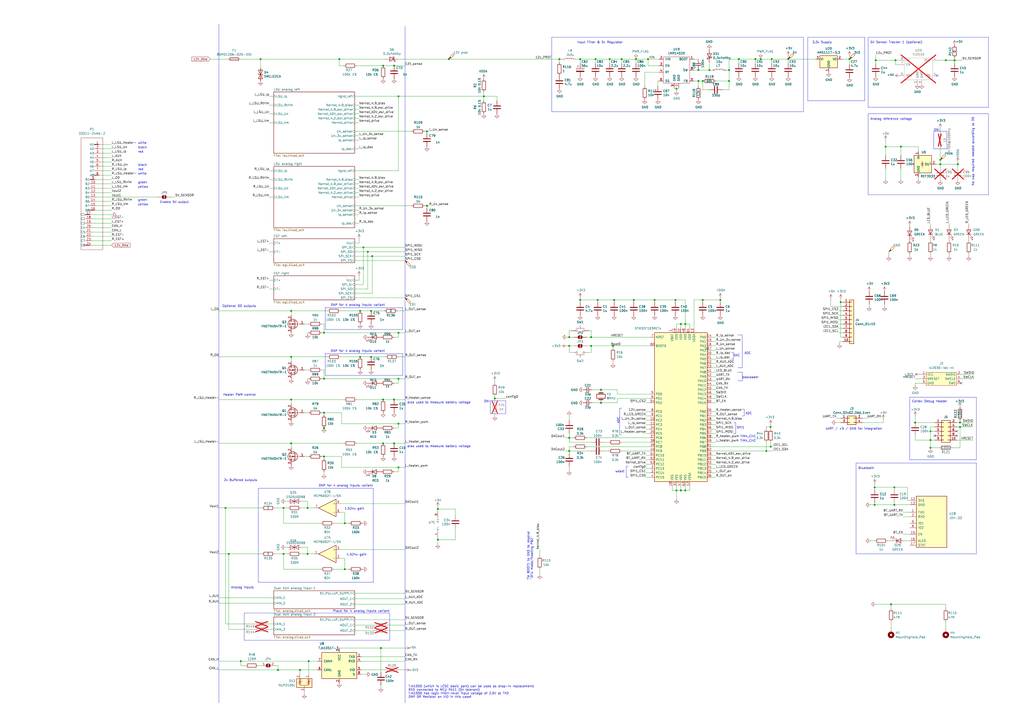
<source format=kicad_sch>
(kicad_sch (version 20230121) (generator eeschema)
  (paper "A2")
  (junction (at 553.72 34.925))
  (junction (at 231.14 55.88))
  (junction (at 287.02 231.14))
  (junction (at 222.25 257.175))
  (junction (at 417.83 173.99))
  (junction (at 213.36 146.05))
  (junction (at 447.675 34.29))
  (junction (at 407.67 46.99))
  (junction (at 367.665 173.99))
  (junction (at 556.895 247.65))
  (junction (at 555.625 95.25))
  (junction (at 507.365 292.862))
  (junction (at 196.85 34.29))
  (junction (at 539.75 250.19))
  (junction (at 139.7 383.54))
  (junction (at 356.235 173.99))
  (junction (at 353.695 34.29))
  (junction (at 447.04 247.65))
  (junction (at 168.91 257.175))
  (junction (at 222.25 38.1))
  (junction (at 247.65 119.38))
  (junction (at 346.71 173.99))
  (junction (at 208.915 207.01))
  (junction (at 130.81 294.64))
  (junction (at 200.025 303.53))
  (junction (at 187.96 193.04))
  (junction (at 168.91 180.34))
  (junction (at 441.325 34.29))
  (junction (at 254 295.275))
  (junction (at 405.13 46.99))
  (junction (at 247.65 76.2))
  (junction (at 215.265 180.34))
  (junction (at 231.14 271.145))
  (junction (at 231.14 219.71))
  (junction (at 407.67 173.99))
  (junction (at 187.96 219.71))
  (junction (at 513.715 85.09))
  (junction (at 164.465 321.31))
  (junction (at 348.615 226.06))
  (junction (at 438.15 34.29))
  (junction (at 392.43 284.48))
  (junction (at 545.465 95.25))
  (junction (at 132.715 321.31))
  (junction (at 260.35 34.29))
  (junction (at 360.68 34.29))
  (junction (at 208.915 180.34))
  (junction (at 222.25 231.775))
  (junction (at 487.68 175.26))
  (junction (at 522.605 85.09))
  (junction (at 411.48 40.64))
  (junction (at 168.91 207.01))
  (junction (at 355.6 200.66))
  (junction (at 508 34.925))
  (junction (at 210.82 143.51))
  (junction (at 173.99 388.62))
  (junction (at 178.435 294.64))
  (junction (at 336.55 173.99))
  (junction (at 342.9 195.58))
  (junction (at 492.76 34.29))
  (junction (at 539.75 259.715))
  (junction (at 397.51 187.96))
  (junction (at 220.98 375.92))
  (junction (at 375.92 34.29))
  (junction (at 330.2 200.66))
  (junction (at 545.465 92.71))
  (junction (at 151.13 34.29))
  (junction (at 187.96 264.795))
  (junction (at 518.795 282.702))
  (junction (at 397.51 284.48))
  (junction (at 392.43 51.435))
  (junction (at 330.2 261.62))
  (junction (at 231.14 245.745))
  (junction (at 405.13 40.64))
  (junction (at 516.89 350.52))
  (junction (at 530.86 245.11))
  (junction (at 168.91 231.775))
  (junction (at 422.91 46.99))
  (junction (at 394.97 284.48))
  (junction (at 342.9 200.66))
  (junction (at 215.9 148.59))
  (junction (at 447.04 259.08))
  (junction (at 330.2 195.58))
  (junction (at 178.435 321.31))
  (junction (at 200.025 330.2))
  (junction (at 518.795 292.862))
  (junction (at 280.67 55.88))
  (junction (at 457.2 34.29))
  (junction (at 231.14 193.04))
  (junction (at 215.265 207.01))
  (junction (at 228.6 231.775))
  (junction (at 324.485 34.29))
  (junction (at 519.43 34.925))
  (junction (at 422.91 40.64))
  (junction (at 228.6 38.1))
  (junction (at 164.465 294.64))
  (junction (at 330.2 254))
  (junction (at 179.07 383.54))
  (junction (at 161.29 388.62))
  (junction (at 539.75 255.27))
  (junction (at 391.795 173.99))
  (junction (at 548.64 34.925))
  (junction (at 228.6 257.175))
  (junction (at 254 313.055))
  (junction (at 187.96 239.395))
  (junction (at 394.97 187.96))
  (junction (at 336.55 34.29))
  (junction (at 348.615 233.68))
  (junction (at 345.44 34.29))
  (junction (at 444.5 261.62))
  (junction (at 556.895 245.11))
  (junction (at 553.72 35.052))
  (junction (at 507.365 282.702))
  (junction (at 187.96 248.285))
  (junction (at 379.73 173.99))
  (junction (at 428.625 34.29))
  (junction (at 368.935 34.29))
  (no_connect (at 557.53 222.25))
  (no_connect (at 554.99 250.19))
  (no_connect (at 543.56 43.815))
  (no_connect (at 542.29 252.73))
  (no_connect (at 554.99 252.73))
  (wire (pts (xy 392.43 281.94) (xy 392.43 284.48)))
  (wire (pts (xy 374.65 264.16) (xy 377.19 264.16)))
  (wire (pts (xy 205.74 66.04) (xy 208.28 66.04)))
  (wire (pts (xy 58.42 101.6) (xy 64.77 101.6)))
  (wire (pts (xy 324.485 34.29) (xy 326.39 34.29)))
  (wire (pts (xy 178.435 193.04) (xy 179.07 193.04)))
  (wire (pts (xy 336.55 172.72) (xy 336.55 173.99)))
  (wire (pts (xy 209.55 391.16) (xy 212.09 391.16)))
  (wire (pts (xy 407.67 175.26) (xy 407.67 173.99)))
  (wire (pts (xy 345.44 34.29) (xy 353.695 34.29)))
  (wire (pts (xy 508 31.75) (xy 508 34.925)))
  (wire (pts (xy 513.715 104.14) (xy 513.715 97.79)))
  (polyline (pts (xy 363.22 276.86) (xy 364.49 276.86)))
  (wire (pts (xy 53.34 137.16) (xy 64.77 137.16)))
  (polyline (pts (xy 234.95 15.24) (xy 234.95 407.67)))
  (wire (pts (xy 374.65 246.38) (xy 377.19 246.38)))
  (wire (pts (xy 209.55 383.54) (xy 234.95 383.54)))
  (polyline (pts (xy 431.8 238.76) (xy 431.8 237.49)))
  (wire (pts (xy 405.13 40.005) (xy 405.13 40.64)))
  (wire (pts (xy 438.15 34.29) (xy 438.15 36.83)))
  (wire (pts (xy 234.95 381) (xy 209.55 381)))
  (wire (pts (xy 488.95 175.26) (xy 487.68 175.26)))
  (wire (pts (xy 525.145 313.69) (xy 527.685 313.69)))
  (polyline (pts (xy 527.685 230.505) (xy 527.685 266.7)))
  (wire (pts (xy 205.74 162.56) (xy 208.28 162.56)))
  (wire (pts (xy 341.63 204.47) (xy 342.9 204.47)))
  (wire (pts (xy 130.81 294.64) (xy 130.81 361.95)))
  (wire (pts (xy 486.41 187.96) (xy 488.95 187.96)))
  (wire (pts (xy 391.16 50.8) (xy 391.16 51.435)))
  (wire (pts (xy 523.875 299.72) (xy 527.685 299.72)))
  (wire (pts (xy 392.43 187.96) (xy 392.43 190.5)))
  (wire (pts (xy 55.88 111.76) (xy 64.77 111.76)))
  (polyline (pts (xy 363.22 270.51) (xy 363.22 276.86)))
  (wire (pts (xy 545.465 95.25) (xy 545.465 97.155)))
  (wire (pts (xy 127 180.34) (xy 168.91 180.34)))
  (wire (pts (xy 553.72 33.655) (xy 553.72 34.925)))
  (wire (pts (xy 457.2 34.29) (xy 473.075 34.29)))
  (wire (pts (xy 198.12 245.745) (xy 198.12 239.395)))
  (wire (pts (xy 360.68 261.62) (xy 377.19 261.62)))
  (wire (pts (xy 231.14 195.58) (xy 228.6 195.58)))
  (wire (pts (xy 394.97 187.96) (xy 394.97 190.5)))
  (wire (pts (xy 155.575 365.125) (xy 158.75 365.125)))
  (wire (pts (xy 58.42 83.82) (xy 64.77 83.82)))
  (wire (pts (xy 254 313.055) (xy 264.16 313.055)))
  (wire (pts (xy 207.01 257.175) (xy 222.25 257.175)))
  (wire (pts (xy 215.265 207.01) (xy 223.52 207.01)))
  (wire (pts (xy 178.435 321.31) (xy 178.435 317.5)))
  (wire (pts (xy 53.34 139.7) (xy 64.77 139.7)))
  (wire (pts (xy 327.66 261.62) (xy 330.2 261.62)))
  (wire (pts (xy 231.14 388.62) (xy 234.95 388.62)))
  (wire (pts (xy 168.91 207.01) (xy 168.91 209.55)))
  (wire (pts (xy 402.59 40.64) (xy 405.13 40.64)))
  (wire (pts (xy 550.545 148.59) (xy 550.545 147.32)))
  (wire (pts (xy 367.665 173.99) (xy 379.73 173.99)))
  (wire (pts (xy 421.005 40.64) (xy 422.91 40.64)))
  (wire (pts (xy 391.795 173.99) (xy 391.795 175.26)))
  (wire (pts (xy 374.65 238.76) (xy 377.19 238.76)))
  (wire (pts (xy 527.685 147.32) (xy 527.685 148.59)))
  (wire (pts (xy 215.265 180.34) (xy 222.885 180.34)))
  (wire (pts (xy 330.2 270.51) (xy 330.2 273.05)))
  (wire (pts (xy 205.74 63.5) (xy 208.28 63.5)))
  (wire (pts (xy 512.445 245.11) (xy 512.445 243.205)))
  (wire (pts (xy 231.14 55.88) (xy 280.67 55.88)))
  (wire (pts (xy 492.76 34.29) (xy 492.76 37.465)))
  (wire (pts (xy 367.665 173.99) (xy 367.665 175.26)))
  (wire (pts (xy 518.795 282.702) (xy 518.795 283.972)))
  (wire (pts (xy 156.21 167.64) (xy 158.75 167.64)))
  (wire (pts (xy 516.89 350.52) (xy 516.89 353.06)))
  (wire (pts (xy 197.485 207.01) (xy 208.915 207.01)))
  (wire (pts (xy 412.75 261.62) (xy 444.5 261.62)))
  (wire (pts (xy 487.045 198.12) (xy 487.045 199.39)))
  (wire (pts (xy 548.64 35.052) (xy 548.64 34.925)))
  (wire (pts (xy 412.75 248.92) (xy 415.29 248.92)))
  (wire (pts (xy 205.74 359.41) (xy 234.95 359.41)))
  (wire (pts (xy 348.615 233.68) (xy 358.14 233.68)))
  (wire (pts (xy 205.74 172.72) (xy 234.95 172.72)))
  (polyline (pts (xy 549.275 76.2) (xy 549.275 86.36)))
  (wire (pts (xy 412.75 276.86) (xy 415.29 276.86)))
  (wire (pts (xy 187.96 249.555) (xy 187.96 248.285)))
  (wire (pts (xy 340.36 259.08) (xy 377.19 259.08)))
  (wire (pts (xy 530.86 219.71) (xy 534.67 219.71)))
  (wire (pts (xy 530.86 252.73) (xy 530.86 255.27)))
  (wire (pts (xy 207.01 38.1) (xy 222.25 38.1)))
  (wire (pts (xy 156.21 109.22) (xy 158.75 109.22)))
  (wire (pts (xy 200.025 297.18) (xy 200.025 303.53)))
  (wire (pts (xy 287.02 220.98) (xy 287.02 222.25)))
  (wire (pts (xy 422.91 40.64) (xy 422.91 34.29)))
  (wire (pts (xy 313.055 318.77) (xy 313.055 322.58)))
  (wire (pts (xy 412.75 226.06) (xy 415.29 226.06)))
  (wire (pts (xy 231.14 222.25) (xy 231.14 219.71)))
  (wire (pts (xy 556.895 247.65) (xy 556.895 259.715)))
  (wire (pts (xy 507.365 292.862) (xy 518.795 292.862)))
  (wire (pts (xy 168.91 257.175) (xy 199.39 257.175)))
  (wire (pts (xy 550.545 139.7) (xy 550.545 138.43)))
  (wire (pts (xy 355.6 210.82) (xy 355.6 209.55)))
  (wire (pts (xy 287.02 232.41) (xy 287.02 231.14)))
  (wire (pts (xy 168.91 231.775) (xy 168.91 234.315)))
  (polyline (pts (xy 127 13.97) (xy 127 407.67)))
  (wire (pts (xy 130.81 294.64) (xy 151.765 294.64)))
  (wire (pts (xy 139.7 383.54) (xy 179.07 383.54)))
  (wire (pts (xy 415.29 266.7) (xy 412.75 266.7)))
  (wire (pts (xy 55.88 121.92) (xy 64.77 121.92)))
  (wire (pts (xy 179.07 383.54) (xy 184.15 383.54)))
  (wire (pts (xy 55.88 116.84) (xy 64.77 116.84)))
  (wire (pts (xy 330.2 259.08) (xy 332.74 259.08)))
  (wire (pts (xy 412.75 200.66) (xy 415.29 200.66)))
  (wire (pts (xy 487.68 175.26) (xy 487.68 195.58)))
  (wire (pts (xy 504.19 177.8) (xy 504.19 176.53)))
  (wire (pts (xy 205.74 81.28) (xy 208.28 81.28)))
  (polyline (pts (xy 468.63 58.42) (xy 468.63 21.59)))
  (polyline (pts (xy 431.8 241.3) (xy 430.53 241.3)))
  (wire (pts (xy 168.91 180.34) (xy 189.865 180.34)))
  (wire (pts (xy 156.21 114.3) (xy 158.75 114.3)))
  (wire (pts (xy 412.75 228.6) (xy 415.29 228.6)))
  (wire (pts (xy 415.29 256.54) (xy 412.75 256.54)))
  (wire (pts (xy 539.75 255.27) (xy 539.75 250.19)))
  (wire (pts (xy 260.35 34.29) (xy 324.485 34.29)))
  (wire (pts (xy 205.74 148.59) (xy 215.9 148.59)))
  (wire (pts (xy 402.59 173.99) (xy 402.59 190.5)))
  (wire (pts (xy 254 313.055) (xy 254 311.785)))
  (wire (pts (xy 196.85 34.29) (xy 223.52 34.29)))
  (wire (pts (xy 519.43 34.925) (xy 521.97 34.925)))
  (wire (pts (xy 530.86 222.25) (xy 534.67 222.25)))
  (wire (pts (xy 522.605 85.09) (xy 522.605 90.17)))
  (wire (pts (xy 156.21 55.88) (xy 158.75 55.88)))
  (polyline (pts (xy 573.405 66.04) (xy 573.405 113.03)))
  (wire (pts (xy 58.42 93.98) (xy 64.77 93.98)))
  (wire (pts (xy 205.74 365.76) (xy 217.17 365.76)))
  (wire (pts (xy 407.67 52.07) (xy 407.67 46.99)))
  (wire (pts (xy 374.65 274.32) (xy 377.19 274.32)))
  (wire (pts (xy 159.385 321.31) (xy 164.465 321.31)))
  (wire (pts (xy 208.28 162.56) (xy 208.28 160.02)))
  (wire (pts (xy 545.465 85.09) (xy 545.465 92.71)))
  (wire (pts (xy 417.83 172.72) (xy 417.83 173.99)))
  (wire (pts (xy 205.74 106.68) (xy 208.28 106.68)))
  (wire (pts (xy 375.92 38.1) (xy 382.27 38.1)))
  (wire (pts (xy 392.43 284.48) (xy 392.43 289.56)))
  (wire (pts (xy 224.79 362.585) (xy 234.95 362.585)))
  (wire (pts (xy 186.69 264.795) (xy 187.96 264.795)))
  (wire (pts (xy 210.82 143.51) (xy 234.95 143.51)))
  (wire (pts (xy 199.39 38.1) (xy 196.85 38.1)))
  (wire (pts (xy 205.74 146.05) (xy 213.36 146.05)))
  (polyline (pts (xy 496.57 268.605) (xy 566.42 268.605)))
  (wire (pts (xy 561.975 139.7) (xy 561.975 138.43)))
  (wire (pts (xy 557.53 219.71) (xy 565.15 219.71)))
  (wire (pts (xy 412.75 274.32) (xy 415.29 274.32)))
  (wire (pts (xy 231.14 195.58) (xy 231.14 193.04)))
  (wire (pts (xy 55.88 104.14) (xy 64.77 104.14)))
  (wire (pts (xy 331.47 191.77) (xy 330.2 191.77)))
  (wire (pts (xy 542.29 255.27) (xy 539.75 255.27)))
  (polyline (pts (xy 503.555 21.59) (xy 573.405 21.59)))
  (wire (pts (xy 231.14 248.285) (xy 231.14 245.745)))
  (wire (pts (xy 553.72 35.052) (xy 548.64 35.052)))
  (wire (pts (xy 53.34 124.46) (xy 64.77 124.46)))
  (wire (pts (xy 193.675 330.2) (xy 200.025 330.2)))
  (wire (pts (xy 205.74 347.345) (xy 234.95 347.345)))
  (wire (pts (xy 127 294.64) (xy 130.81 294.64)))
  (wire (pts (xy 287.02 229.87) (xy 287.02 231.14)))
  (wire (pts (xy 358.14 231.14) (xy 377.19 231.14)))
  (wire (pts (xy 230.505 180.34) (xy 234.95 180.34)))
  (wire (pts (xy 313.055 333.375) (xy 313.055 330.2)))
  (wire (pts (xy 488.95 198.12) (xy 487.045 198.12)))
  (wire (pts (xy 161.29 386.08) (xy 161.29 388.62)))
  (wire (pts (xy 132.08 34.29) (xy 121.92 34.29)))
  (wire (pts (xy 205.74 124.46) (xy 208.28 124.46)))
  (polyline (pts (xy 431.8 237.49) (xy 430.53 237.49)))
  (wire (pts (xy 287.02 240.03) (xy 287.02 241.3)))
  (wire (pts (xy 58.42 86.36) (xy 64.77 86.36)))
  (wire (pts (xy 374.015 41.91) (xy 382.27 41.91)))
  (wire (pts (xy 379.73 173.99) (xy 391.795 173.99)))
  (wire (pts (xy 381.635 46.99) (xy 382.27 46.99)))
  (wire (pts (xy 178.435 294.64) (xy 182.245 294.64)))
  (wire (pts (xy 397.51 281.94) (xy 397.51 284.48)))
  (wire (pts (xy 542.925 95.25) (xy 545.465 95.25)))
  (wire (pts (xy 132.715 321.31) (xy 132.715 365.125)))
  (wire (pts (xy 358.14 233.68) (xy 358.14 231.14)))
  (wire (pts (xy 447.04 247.65) (xy 447.04 248.92)))
  (wire (pts (xy 518.795 282.702) (xy 526.415 282.702)))
  (wire (pts (xy 405.13 46.99) (xy 407.67 46.99)))
  (polyline (pts (xy 425.45 245.11) (xy 426.72 245.11)))
  (wire (pts (xy 222.25 38.1) (xy 228.6 38.1)))
  (wire (pts (xy 228.6 257.175) (xy 234.95 257.175)))
  (wire (pts (xy 176.53 264.795) (xy 179.07 264.795)))
  (wire (pts (xy 330.2 191.77) (xy 330.2 195.58)))
  (polyline (pts (xy 427.99 220.98) (xy 430.53 220.98)))
  (wire (pts (xy 486.41 193.04) (xy 488.95 193.04)))
  (wire (pts (xy 246.38 119.38) (xy 247.65 119.38)))
  (polyline (pts (xy 431.8 238.76) (xy 431.8 241.3)))
  (wire (pts (xy 527.685 290.322) (xy 526.415 290.322)))
  (wire (pts (xy 346.71 173.99) (xy 356.235 173.99)))
  (wire (pts (xy 539.75 259.715) (xy 539.75 260.35)))
  (wire (pts (xy 394.97 187.96) (xy 392.43 187.96)))
  (wire (pts (xy 186.69 214.63) (xy 187.96 214.63)))
  (wire (pts (xy 374.65 248.92) (xy 377.19 248.92)))
  (wire (pts (xy 444.5 256.54) (xy 444.5 261.62)))
  (wire (pts (xy 254 315.595) (xy 254 313.055)))
  (wire (pts (xy 205.74 76.2) (xy 238.76 76.2)))
  (wire (pts (xy 205.74 121.92) (xy 208.28 121.92)))
  (wire (pts (xy 345.44 34.29) (xy 345.44 36.83)))
  (wire (pts (xy 187.96 239.395) (xy 187.96 240.665)))
  (wire (pts (xy 156.21 146.05) (xy 158.75 146.05)))
  (wire (pts (xy 486.41 190.5) (xy 488.95 190.5)))
  (wire (pts (xy 556.895 247.65) (xy 564.515 247.65)))
  (wire (pts (xy 156.21 60.96) (xy 158.75 60.96)))
  (wire (pts (xy 405.13 46.99) (xy 405.13 50.165)))
  (wire (pts (xy 402.59 46.99) (xy 405.13 46.99)))
  (wire (pts (xy 164.465 321.31) (xy 167.005 321.31)))
  (wire (pts (xy 205.74 151.13) (xy 234.95 151.13)))
  (wire (pts (xy 149.86 386.08) (xy 151.765 386.08)))
  (polyline (pts (xy 566.42 230.505) (xy 566.42 266.7)))
  (wire (pts (xy 231.14 245.745) (xy 234.95 245.745)))
  (wire (pts (xy 197.485 292.1) (xy 234.95 292.1)))
  (wire (pts (xy 198.12 271.145) (xy 198.12 264.795)))
  (wire (pts (xy 492.76 32.385) (xy 492.76 34.29)))
  (wire (pts (xy 487.68 195.58) (xy 488.95 195.58)))
  (wire (pts (xy 422.91 46.99) (xy 422.91 52.07)))
  (wire (pts (xy 523.875 297.18) (xy 527.685 297.18)))
  (polyline (pts (xy 426.72 245.11) (xy 426.72 251.46)))
  (wire (pts (xy 200.025 323.85) (xy 197.485 323.85)))
  (wire (pts (xy 332.74 195.58) (xy 330.2 195.58)))
  (wire (pts (xy 151.13 34.29) (xy 151.13 39.37)))
  (wire (pts (xy 205.74 119.38) (xy 238.76 119.38)))
  (wire (pts (xy 526.415 290.322) (xy 526.415 282.702)))
  (wire (pts (xy 53.34 129.54) (xy 64.77 129.54)))
  (wire (pts (xy 555.625 93.98) (xy 555.625 95.25)))
  (wire (pts (xy 213.36 146.05) (xy 234.95 146.05)))
  (wire (pts (xy 444.5 247.65) (xy 447.04 247.65)))
  (wire (pts (xy 447.04 246.38) (xy 447.04 247.65)))
  (wire (pts (xy 412.75 210.82) (xy 415.29 210.82)))
  (wire (pts (xy 205.74 55.88) (xy 231.14 55.88)))
  (wire (pts (xy 330.2 200.66) (xy 330.2 204.47)))
  (wire (pts (xy 127 321.31) (xy 132.715 321.31)))
  (wire (pts (xy 530.86 245.11) (xy 542.29 245.11)))
  (wire (pts (xy 412.75 238.76) (xy 415.29 238.76)))
  (wire (pts (xy 205.74 68.58) (xy 208.28 68.58)))
  (wire (pts (xy 415.29 251.46) (xy 412.75 251.46)))
  (wire (pts (xy 176.53 401.32) (xy 176.53 402.59)))
  (wire (pts (xy 198.12 239.395) (xy 187.96 239.395)))
  (wire (pts (xy 548.64 350.52) (xy 548.64 353.06)))
  (wire (pts (xy 205.74 99.06) (xy 231.14 99.06)))
  (wire (pts (xy 187.96 264.795) (xy 187.96 266.065)))
  (wire (pts (xy 231.14 193.04) (xy 234.95 193.04)))
  (wire (pts (xy 545.465 95.25) (xy 555.625 95.25)))
  (wire (pts (xy 539.75 247.65) (xy 542.29 247.65)))
  (wire (pts (xy 504.825 313.69) (xy 507.365 313.69)))
  (wire (pts (xy 156.21 104.14) (xy 158.75 104.14)))
  (wire (pts (xy 397.51 284.48) (xy 394.97 284.48)))
  (wire (pts (xy 164.465 303.53) (xy 164.465 294.64)))
  (wire (pts (xy 205.74 86.36) (xy 208.28 86.36)))
  (wire (pts (xy 58.42 96.52) (xy 64.77 96.52)))
  (wire (pts (xy 392.43 52.705) (xy 392.43 51.435)))
  (wire (pts (xy 545.465 92.71) (xy 545.465 95.25)))
  (wire (pts (xy 353.695 34.29) (xy 353.695 36.83)))
  (wire (pts (xy 513.715 85.09) (xy 522.605 85.09)))
  (wire (pts (xy 336.55 34.29) (xy 336.55 36.83)))
  (wire (pts (xy 513.715 85.09) (xy 513.715 90.17)))
  (wire (pts (xy 556.895 245.11) (xy 564.515 245.11)))
  (wire (pts (xy 444.5 261.62) (xy 448.31 261.62)))
  (wire (pts (xy 213.36 167.64) (xy 213.36 146.05)))
  (wire (pts (xy 247.65 76.2) (xy 248.92 76.2)))
  (polyline (pts (xy 430.53 215.9) (xy 430.53 220.98)))
  (wire (pts (xy 561.975 148.59) (xy 561.975 147.32)))
  (wire (pts (xy 264.16 313.055) (xy 264.16 306.705)))
  (wire (pts (xy 415.29 205.74) (xy 412.75 205.74)))
  (wire (pts (xy 341.63 191.77) (xy 342.9 191.77)))
  (wire (pts (xy 53.34 142.24) (xy 64.77 142.24)))
  (wire (pts (xy 407.67 173.99) (xy 402.59 173.99)))
  (wire (pts (xy 205.74 114.3) (xy 208.28 114.3)))
  (wire (pts (xy 486.41 182.88) (xy 488.95 182.88)))
  (wire (pts (xy 532.765 104.14) (xy 532.765 102.87)))
  (wire (pts (xy 374.65 251.46) (xy 377.19 251.46)))
  (polyline (pts (xy 466.09 64.77) (xy 466.09 21.59)))
  (wire (pts (xy 231.14 271.145) (xy 234.95 271.145)))
  (wire (pts (xy 231.14 222.25) (xy 228.6 222.25)))
  (wire (pts (xy 264.16 295.275) (xy 264.16 299.085)))
  (wire (pts (xy 205.74 170.18) (xy 215.9 170.18)))
  (wire (pts (xy 200.025 323.85) (xy 200.025 330.2)))
  (wire (pts (xy 330.2 261.62) (xy 330.2 262.89)))
  (wire (pts (xy 374.65 276.86) (xy 377.19 276.86)))
  (wire (pts (xy 556.895 247.65) (xy 554.99 247.65)))
  (wire (pts (xy 342.9 256.54) (xy 330.2 256.54)))
  (wire (pts (xy 507.365 280.67) (xy 507.365 282.702)))
  (wire (pts (xy 156.21 99.06) (xy 158.75 99.06)))
  (polyline (pts (xy 541.655 76.2) (xy 541.655 86.36)))
  (wire (pts (xy 412.75 241.3) (xy 415.29 241.3)))
  (wire (pts (xy 198.12 264.795) (xy 187.96 264.795)))
  (wire (pts (xy 58.42 88.9) (xy 64.77 88.9)))
  (wire (pts (xy 127 231.775) (xy 168.91 231.775)))
  (wire (pts (xy 444.5 248.92) (xy 444.5 247.65)))
  (wire (pts (xy 488.315 34.29) (xy 492.76 34.29)))
  (wire (pts (xy 539.75 129.54) (xy 539.75 130.81)))
  (wire (pts (xy 208.28 140.97) (xy 208.28 138.43)))
  (wire (pts (xy 522.605 104.14) (xy 522.605 97.79)))
  (wire (pts (xy 196.85 38.1) (xy 196.85 34.29)))
  (polyline (pts (xy 527.685 266.7) (xy 566.42 266.7)))
  (wire (pts (xy 521.97 37.465) (xy 519.43 37.465)))
  (wire (pts (xy 374.65 241.3) (xy 377.19 241.3)))
  (wire (pts (xy 156.21 162.56) (xy 158.75 162.56)))
  (wire (pts (xy 391.795 173.99) (xy 397.51 173.99)))
  (wire (pts (xy 343.535 233.68) (xy 348.615 233.68)))
  (wire (pts (xy 353.695 34.29) (xy 360.68 34.29)))
  (wire (pts (xy 164.465 294.64) (xy 167.005 294.64)))
  (wire (pts (xy 231.14 245.745) (xy 198.12 245.745)))
  (wire (pts (xy 346.71 173.99) (xy 346.71 175.26)))
  (wire (pts (xy 178.435 317.5) (xy 174.625 317.5)))
  (wire (pts (xy 422.91 34.29) (xy 428.625 34.29)))
  (wire (pts (xy 457.2 32.385) (xy 457.2 34.29)))
  (wire (pts (xy 342.9 191.77) (xy 342.9 195.58)))
  (wire (pts (xy 553.72 34.925) (xy 558.165 34.925)))
  (wire (pts (xy 336.55 173.99) (xy 336.55 175.26)))
  (wire (pts (xy 394.97 284.48) (xy 392.43 284.48)))
  (wire (pts (xy 377.19 195.58) (xy 342.9 195.58)))
  (wire (pts (xy 168.91 257.175) (xy 168.91 259.715)))
  (wire (pts (xy 53.34 127) (xy 64.77 127)))
  (wire (pts (xy 556.895 259.715) (xy 552.45 259.715)))
  (wire (pts (xy 411.48 52.07) (xy 407.67 52.07)))
  (wire (pts (xy 415.29 218.44) (xy 412.75 218.44)))
  (wire (pts (xy 358.14 228.6) (xy 377.19 228.6)))
  (wire (pts (xy 330.2 195.58) (xy 328.93 195.58)))
  (wire (pts (xy 381.635 50.165) (xy 381.635 46.99)))
  (wire (pts (xy 481.965 177.8) (xy 481.965 173.355)))
  (wire (pts (xy 422.91 52.07) (xy 419.1 52.07)))
  (wire (pts (xy 405.13 34.29) (xy 405.13 34.925)))
  (wire (pts (xy 330.2 259.08) (xy 330.2 261.62)))
  (wire (pts (xy 228.6 38.1) (xy 234.95 38.1)))
  (polyline (pts (xy 566.42 268.605) (xy 566.42 321.31)))
  (wire (pts (xy 516.89 350.52) (xy 548.64 350.52)))
  (wire (pts (xy 187.96 219.71) (xy 186.69 219.71)))
  (wire (pts (xy 330.2 243.84) (xy 330.2 241.3)))
  (wire (pts (xy 415.29 269.24) (xy 412.75 269.24)))
  (wire (pts (xy 389.89 284.48) (xy 392.43 284.48)))
  (wire (pts (xy 350.52 256.54) (xy 353.06 256.54)))
  (wire (pts (xy 173.99 388.62) (xy 184.15 388.62)))
  (wire (pts (xy 127 207.01) (xy 168.91 207.01)))
  (wire (pts (xy 168.91 207.01) (xy 189.865 207.01)))
  (wire (pts (xy 379.73 173.99) (xy 379.73 175.26)))
  (wire (pts (xy 368.935 34.29) (xy 368.935 36.83)))
  (wire (pts (xy 288.29 55.88) (xy 280.67 55.88)))
  (wire (pts (xy 515.62 146.05) (xy 515.62 148.59)))
  (wire (pts (xy 336.55 173.99) (xy 346.71 173.99)))
  (polyline (pts (xy 573.405 113.03) (xy 503.555 113.03)))
  (wire (pts (xy 55.88 119.38) (xy 64.77 119.38)))
  (wire (pts (xy 415.29 231.14) (xy 412.75 231.14)))
  (wire (pts (xy 205.74 350.52) (xy 234.95 350.52)))
  (wire (pts (xy 532.765 85.09) (xy 532.765 87.63)))
  (wire (pts (xy 556.895 243.84) (xy 556.895 245.11)))
  (wire (pts (xy 205.74 165.1) (xy 210.82 165.1)))
  (wire (pts (xy 412.75 195.58) (xy 415.29 195.58)))
  (wire (pts (xy 328.93 200.66) (xy 330.2 200.66)))
  (wire (pts (xy 187.96 187.96) (xy 187.96 193.04)))
  (wire (pts (xy 356.235 173.99) (xy 356.235 175.26)))
  (wire (pts (xy 139.7 34.29) (xy 151.13 34.29)))
  (wire (pts (xy 178.435 193.04) (xy 178.435 193.675)))
  (wire (pts (xy 127 257.175) (xy 168.91 257.175)))
  (wire (pts (xy 336.55 34.29) (xy 345.44 34.29)))
  (wire (pts (xy 507.365 291.592) (xy 507.365 292.862)))
  (wire (pts (xy 391.16 51.435) (xy 392.43 51.435)))
  (wire (pts (xy 415.29 254) (xy 412.75 254)))
  (wire (pts (xy 222.25 231.775) (xy 228.6 231.775)))
  (wire (pts (xy 247.65 76.2) (xy 247.65 77.47)))
  (wire (pts (xy 231.14 248.285) (xy 228.6 248.285)))
  (wire (pts (xy 132.715 321.31) (xy 151.765 321.31)))
  (wire (pts (xy 374.65 271.78) (xy 377.19 271.78)))
  (wire (pts (xy 358.14 226.06) (xy 358.14 228.6)))
  (polyline (pts (xy 496.57 321.31) (xy 496.57 268.605)))
  (wire (pts (xy 179.07 383.54) (xy 179.07 391.16)))
  (wire (pts (xy 287.02 231.14) (xy 293.37 231.14)))
  (wire (pts (xy 130.81 361.95) (xy 147.955 361.95)))
  (wire (pts (xy 55.88 114.3) (xy 91.44 114.3)))
  (wire (pts (xy 407.67 173.99) (xy 417.83 173.99)))
  (wire (pts (xy 205.74 111.76) (xy 208.28 111.76)))
  (wire (pts (xy 375.92 34.29) (xy 375.92 38.1)))
  (wire (pts (xy 356.235 173.99) (xy 367.665 173.99)))
  (wire (pts (xy 330.2 261.62) (xy 342.9 261.62)))
  (wire (pts (xy 330.2 200.66) (xy 332.74 200.66)))
  (polyline (pts (xy 501.65 21.59) (xy 501.65 58.42)))
  (wire (pts (xy 392.43 51.435) (xy 393.7 51.435)))
  (wire (pts (xy 415.29 46.99) (xy 422.91 46.99)))
  (wire (pts (xy 208.915 207.01) (xy 215.265 207.01)))
  (polyline (pts (xy 360.68 236.855) (xy 359.41 236.855)))
  (polyline (pts (xy 541.655 76.2) (xy 549.275 76.2)))
  (wire (pts (xy 205.74 129.54) (xy 208.28 129.54)))
  (wire (pts (xy 415.29 243.84) (xy 412.75 243.84)))
  (wire (pts (xy 412.75 223.52) (xy 415.29 223.52)))
  (wire (pts (xy 231.14 273.685) (xy 231.14 271.145)))
  (wire (pts (xy 156.21 66.04) (xy 158.75 66.04)))
  (polyline (pts (xy 466.09 21.59) (xy 320.04 21.59)))
  (wire (pts (xy 447.04 259.08) (xy 448.31 259.08)))
  (wire (pts (xy 220.98 397.51) (xy 220.98 398.78)))
  (wire (pts (xy 507.365 282.702) (xy 518.795 282.702)))
  (wire (pts (xy 159.385 386.08) (xy 161.29 386.08)))
  (wire (pts (xy 99.06 114.3) (xy 101.6 114.3)))
  (polyline (pts (xy 573.405 62.23) (xy 503.555 62.23)))
  (wire (pts (xy 374.65 243.84) (xy 377.19 243.84)))
  (wire (pts (xy 53.34 134.62) (xy 64.77 134.62)))
  (wire (pts (xy 215.9 148.59) (xy 234.95 148.59)))
  (wire (pts (xy 234.95 375.92) (xy 220.98 375.92)))
  (wire (pts (xy 374.65 233.68) (xy 377.19 233.68)))
  (wire (pts (xy 205.74 344.17) (xy 234.95 344.17)))
  (polyline (pts (xy 503.555 66.04) (xy 573.405 66.04)))
  (wire (pts (xy 530.86 223.52) (xy 530.86 222.25)))
  (wire (pts (xy 200.025 330.2) (xy 202.565 330.2)))
  (wire (pts (xy 400.05 187.96) (xy 400.05 190.5)))
  (wire (pts (xy 561.975 129.54) (xy 561.975 130.81)))
  (wire (pts (xy 394.97 281.94) (xy 394.97 284.48)))
  (wire (pts (xy 178.435 219.71) (xy 178.435 220.345)))
  (wire (pts (xy 187.96 214.63) (xy 187.96 219.71)))
  (wire (pts (xy 527.685 130.81) (xy 527.685 131.445)))
  (wire (pts (xy 187.96 193.04) (xy 231.14 193.04)))
  (wire (pts (xy 400.05 281.94) (xy 400.05 284.48)))
  (wire (pts (xy 254 294.005) (xy 254 295.275)))
  (wire (pts (xy 165.735 317.5) (xy 167.005 317.5)))
  (wire (pts (xy 55.88 109.22) (xy 64.77 109.22)))
  (wire (pts (xy 412.75 215.9) (xy 415.29 215.9)))
  (wire (pts (xy 428.625 34.29) (xy 428.625 36.83)))
  (wire (pts (xy 205.74 71.12) (xy 208.28 71.12)))
  (wire (pts (xy 127 349.885) (xy 158.75 349.885)))
  (wire (pts (xy 368.935 34.29) (xy 375.92 34.29)))
  (wire (pts (xy 415.29 264.16) (xy 412.75 264.16)))
  (wire (pts (xy 545.465 74.295) (xy 545.465 77.47)))
  (wire (pts (xy 397.51 187.96) (xy 397.51 190.5)))
  (wire (pts (xy 224.79 365.76) (xy 234.95 365.76)))
  (wire (pts (xy 412.75 246.38) (xy 415.29 246.38)))
  (polyline (pts (xy 527.685 230.505) (xy 566.42 230.505)))
  (wire (pts (xy 215.9 170.18) (xy 215.9 148.59)))
  (wire (pts (xy 555.625 95.25) (xy 555.625 97.155)))
  (wire (pts (xy 55.88 106.68) (xy 64.77 106.68)))
  (wire (pts (xy 438.15 34.29) (xy 441.325 34.29)))
  (wire (pts (xy 504.825 292.862) (xy 507.365 292.862)))
  (wire (pts (xy 168.91 231.775) (xy 199.39 231.775)))
  (wire (pts (xy 417.83 173.99) (xy 417.83 175.26)))
  (wire (pts (xy 412.75 233.68) (xy 415.29 233.68)))
  (wire (pts (xy 340.36 200.66) (xy 342.9 200.66)))
  (wire (pts (xy 186.69 187.96) (xy 187.96 187.96)))
  (wire (pts (xy 360.68 34.29) (xy 368.935 34.29)))
  (polyline (pts (xy 284.48 232.41) (xy 293.37 232.41)))
  (polyline (pts (xy 468.63 21.59) (xy 501.65 21.59)))
  (wire (pts (xy 342.9 200.66) (xy 342.9 204.47)))
  (wire (pts (xy 539.75 139.7) (xy 539.75 138.43)))
  (polyline (pts (xy 359.41 236.855) (xy 359.41 252.095)))
  (wire (pts (xy 502.92 242.57) (xy 500.38 242.57)))
  (wire (pts (xy 360.68 256.54) (xy 377.19 256.54)))
  (wire (pts (xy 342.9 200.66) (xy 355.6 200.66)))
  (polyline (pts (xy 320.04 21.59) (xy 320.04 64.77)))
  (wire (pts (xy 174.625 294.64) (xy 178.435 294.64)))
  (wire (pts (xy 507.365 282.702) (xy 507.365 283.972)))
  (wire (pts (xy 231.14 34.29) (xy 260.35 34.29)))
  (wire (pts (xy 200.025 303.53) (xy 202.565 303.53)))
  (wire (pts (xy 539.75 148.59) (xy 539.75 147.32)))
  (wire (pts (xy 186.69 239.395) (xy 187.96 239.395)))
  (wire (pts (xy 405.13 40.64) (xy 411.48 40.64)))
  (wire (pts (xy 58.42 91.44) (xy 64.77 91.44)))
  (wire (pts (xy 173.99 388.62) (xy 173.99 391.16)))
  (wire (pts (xy 164.465 303.53) (xy 186.055 303.53)))
  (wire (pts (xy 340.36 254) (xy 377.19 254)))
  (wire (pts (xy 174.625 321.31) (xy 178.435 321.31)))
  (polyline (pts (xy 364.49 270.51) (xy 363.22 270.51)))
  (wire (pts (xy 389.89 281.94) (xy 389.89 284.48)))
  (wire (pts (xy 228.6 231.775) (xy 234.95 231.775)))
  (wire (pts (xy 539.75 259.715) (xy 544.83 259.715)))
  (wire (pts (xy 176.53 239.395) (xy 179.07 239.395)))
  (wire (pts (xy 205.74 109.22) (xy 208.28 109.22)))
  (polyline (pts (xy 427.99 213.36) (xy 430.53 213.36)))
  (wire (pts (xy 342.9 195.58) (xy 340.36 195.58)))
  (wire (pts (xy 522.605 85.09) (xy 532.765 85.09)))
  (wire (pts (xy 127 388.62) (xy 161.29 388.62)))
  (polyline (pts (xy 424.18 208.28) (xy 425.45 208.28)))
  (wire (pts (xy 415.29 208.28) (xy 412.75 208.28)))
  (wire (pts (xy 348.615 226.06) (xy 343.535 226.06)))
  (wire (pts (xy 164.465 330.2) (xy 186.055 330.2)))
  (wire (pts (xy 553.72 35.052) (xy 553.72 34.925)))
  (wire (pts (xy 548.64 360.68) (xy 548.64 364.49)))
  (wire (pts (xy 207.01 231.775) (xy 222.25 231.775)))
  (wire (pts (xy 533.4 217.17) (xy 534.67 217.17)))
  (wire (pts (xy 330.2 254) (xy 330.2 251.46)))
  (polyline (pts (xy 549.275 86.36) (xy 541.655 86.36)))
  (wire (pts (xy 231.14 55.88) (xy 231.14 99.06)))
  (wire (pts (xy 280.67 53.34) (xy 280.67 55.88)))
  (wire (pts (xy 523.875 309.88) (xy 527.685 309.88)))
  (polyline (pts (xy 501.65 58.42) (xy 468.63 58.42)))
  (wire (pts (xy 176.53 214.63) (xy 179.07 214.63)))
  (wire (pts (xy 553.72 35.052) (xy 553.72 36.83)))
  (wire (pts (xy 350.52 261.62) (xy 353.06 261.62)))
  (wire (pts (xy 324.485 34.29) (xy 324.485 36.195)))
  (wire (pts (xy 508 350.52) (xy 516.89 350.52)))
  (wire (pts (xy 165.735 290.83) (xy 167.005 290.83)))
  (wire (pts (xy 487.68 245.11) (xy 485.14 245.11)))
  (wire (pts (xy 415.29 213.36) (xy 412.75 213.36)))
  (wire (pts (xy 394.97 187.96) (xy 397.51 187.96)))
  (wire (pts (xy 397.51 173.99) (xy 397.51 187.96)))
  (wire (pts (xy 127 383.54) (xy 139.7 383.54)))
  (wire (pts (xy 355.6 201.93) (xy 355.6 200.66)))
  (wire (pts (xy 159.385 294.64) (xy 164.465 294.64)))
  (wire (pts (xy 186.69 193.04) (xy 187.96 193.04)))
  (wire (pts (xy 156.21 140.97) (xy 158.75 140.97)))
  (wire (pts (xy 176.53 187.96) (xy 179.07 187.96)))
  (wire (pts (xy 412.75 198.12) (xy 415.29 198.12)))
  (wire (pts (xy 220.98 375.92) (xy 220.98 389.89)))
  (wire (pts (xy 519.43 37.465) (xy 519.43 34.925)))
  (wire (pts (xy 139.7 383.54) (xy 139.7 386.08)))
  (wire (pts (xy 288.29 58.42) (xy 288.29 55.88)))
  (wire (pts (xy 412.75 271.78) (xy 415.29 271.78)))
  (wire (pts (xy 178.435 294.64) (xy 178.435 290.83)))
  (wire (pts (xy 205.74 167.64) (xy 213.36 167.64)))
  (wire (pts (xy 348.615 226.06) (xy 358.14 226.06)))
  (wire (pts (xy 412.75 203.2) (xy 415.29 203.2)))
  (wire (pts (xy 205.74 140.97) (xy 208.28 140.97)))
  (wire (pts (xy 222.25 257.175) (xy 228.6 257.175)))
  (wire (pts (xy 527.685 139.7) (xy 527.685 139.065)))
  (wire (pts (xy 355.6 200.66) (xy 377.19 200.66)))
  (wire (pts (xy 197.485 180.34) (xy 208.915 180.34)))
  (wire (pts (xy 205.74 60.96) (xy 208.28 60.96)))
  (wire (pts (xy 200.025 297.18) (xy 197.485 297.18)))
  (polyline (pts (xy 573.405 21.59) (xy 573.405 62.23)))
  (wire (pts (xy 193.675 303.53) (xy 200.025 303.53)))
  (wire (pts (xy 210.82 165.1) (xy 210.82 143.51)))
  (wire (pts (xy 441.325 34.29) (xy 447.675 34.29)))
  (polyline (pts (xy 293.37 232.41) (xy 293.37 240.03)))
  (wire (pts (xy 508 36.83) (xy 508 34.925)))
  (wire (pts (xy 280.67 55.88) (xy 280.67 58.42)))
  (wire (pts (xy 330.2 256.54) (xy 330.2 254)))
  (wire (pts (xy 187.96 273.685) (xy 187.96 274.955)))
  (wire (pts (xy 360.68 36.83) (xy 360.68 34.29)))
  (wire (pts (xy 457.2 34.29) (xy 457.2 36.83)))
  (polyline (pts (xy 430.53 194.31) (xy 430.53 200.66)))
  (wire (pts (xy 400.05 284.48) (xy 397.51 284.48)))
  (wire (pts (xy 374.65 266.7) (xy 377.19 266.7)))
  (wire (pts (xy 220.98 375.92) (xy 196.85 375.92)))
  (polyline (pts (xy 359.41 252.095) (xy 360.68 252.095)))
  (wire (pts (xy 530.86 255.27) (xy 539.75 255.27)))
  (polyline (pts (xy 293.37 240.03) (xy 284.48 240.03)))
  (wire (pts (xy 486.41 185.42) (xy 488.95 185.42)))
  (wire (pts (xy 447.04 259.08) (xy 412.75 259.08)))
  (wire (pts (xy 331.47 204.47) (xy 330.2 204.47)))
  (wire (pts (xy 487.68 175.26) (xy 487.68 173.355)))
  (wire (pts (xy 539.75 255.27) (xy 539.75 259.715)))
  (wire (pts (xy 334.01 34.29) (xy 336.55 34.29)))
  (polyline (pts (xy 566.42 321.31) (xy 496.57 321.31)))
  (polyline (pts (xy 284.48 232.41) (xy 284.48 240.03)))
  (polyline (pts (xy 430.53 200.66) (xy 430.53 204.47)))
  (wire (pts (xy 557.53 217.17) (xy 565.15 217.17)))
  (wire (pts (xy 330.2 254) (xy 332.74 254)))
  (wire (pts (xy 205.74 143.51) (xy 210.82 143.51)))
  (polyline (pts (xy 424.18 204.47) (xy 425.45 204.47)))
  (wire (pts (xy 374.65 269.24) (xy 377.19 269.24)))
  (wire (pts (xy 209.55 388.62) (xy 223.52 388.62)))
  (wire (pts (xy 411.48 36.195) (xy 411.48 40.64)))
  (wire (pts (xy 543.56 34.925) (xy 548.64 34.925)))
  (polyline (pts (xy 503.555 62.23) (xy 503.555 21.59)))
  (wire (pts (xy 168.91 180.34) (xy 168.91 182.88)))
  (wire (pts (xy 481.965 177.8) (xy 488.95 177.8)))
  (wire (pts (xy 374.015 50.165) (xy 374.015 41.91)))
  (wire (pts (xy 53.34 132.08) (xy 64.77 132.08)))
  (wire (pts (xy 422.91 46.99) (xy 422.91 40.64)))
  (polyline (pts (xy 427.99 215.9) (xy 430.53 215.9)))
  (wire (pts (xy 518.795 291.592) (xy 518.795 292.862)))
  (wire (pts (xy 231.14 271.145) (xy 198.12 271.145)))
  (wire (pts (xy 132.715 365.125) (xy 147.955 365.125)))
  (wire (pts (xy 375.92 34.29) (xy 382.27 34.29)))
  (wire (pts (xy 127 346.71) (xy 158.75 346.71)))
  (wire (pts (xy 447.675 34.29) (xy 457.2 34.29)))
  (wire (pts (xy 155.575 361.95) (xy 158.75 361.95)))
  (wire (pts (xy 542.29 250.19) (xy 539.75 250.19)))
  (wire (pts (xy 327.66 254) (xy 330.2 254)))
  (wire (pts (xy 513.715 81.28) (xy 513.715 85.09)))
  (wire (pts (xy 142.24 386.08) (xy 139.7 386.08)))
  (wire (pts (xy 174.625 290.83) (xy 178.435 290.83)))
  (wire (pts (xy 178.435 219.71) (xy 179.07 219.71)))
  (wire (pts (xy 151.13 34.29) (xy 196.85 34.29)))
  (wire (pts (xy 205.74 78.74) (xy 208.28 78.74)))
  (wire (pts (xy 247.65 119.38) (xy 248.92 119.38)))
  (wire (pts (xy 161.29 388.62) (xy 173.99 388.62)))
  (wire (pts (xy 402.59 34.29) (xy 405.13 34.29)))
  (wire (pts (xy 554.99 245.11) (xy 556.895 245.11)))
  (wire (pts (xy 513.08 177.8) (xy 513.08 176.53)))
  (polyline (pts (xy 503.555 113.03) (xy 503.555 66.04)))
  (wire (pts (xy 197.485 318.77) (xy 234.95 318.77)))
  (polyline (pts (xy 320.04 64.77) (xy 466.09 64.77)))
  (wire (pts (xy 208.915 180.34) (xy 215.265 180.34)))
  (wire (pts (xy 548.64 34.925) (xy 553.72 34.925)))
  (wire (pts (xy 412.75 220.98) (xy 415.29 220.98)))
  (wire (pts (xy 539.75 250.19) (xy 539.75 247.65)))
  (polyline (pts (xy 426.72 251.46) (xy 425.45 251.46)))
  (wire (pts (xy 514.985 313.69) (xy 517.525 313.69)))
  (wire (pts (xy 58.42 99.06) (xy 64.77 99.06)))
  (wire (pts (xy 550.545 129.54) (xy 550.545 130.81)))
  (wire (pts (xy 486.41 180.34) (xy 488.95 180.34)))
  (wire (pts (xy 231.14 219.71) (xy 234.95 219.71)))
  (wire (pts (xy 530.86 241.3) (xy 530.86 245.11)))
  (wire (pts (xy 447.04 256.54) (xy 447.04 259.08)))
  (wire (pts (xy 428.625 34.29) (xy 438.15 34.29)))
  (wire (pts (xy 508 34.925) (xy 519.43 34.925)))
  (wire (pts (xy 447.675 34.29) (xy 447.675 36.83)))
  (polyline (pts (xy 425.45 204.47) (xy 425.45 208.28)))
  (wire (pts (xy 397.51 187.96) (xy 400.05 187.96)))
  (wire (pts (xy 205.74 104.14) (xy 208.28 104.14)))
  (wire (pts (xy 178.435 321.31) (xy 182.245 321.31)))
  (wire (pts (xy 393.7 51.435) (xy 393.7 50.8)))
  (wire (pts (xy 254 295.275) (xy 254 296.545)))
  (wire (pts (xy 411.48 40.64) (xy 413.385 40.64)))
  (wire (pts (xy 247.65 119.38) (xy 247.65 120.65)))
  (wire (pts (xy 187.96 219.71) (xy 231.14 219.71)))
  (wire (pts (xy 516.89 360.68) (xy 516.89 364.49)))
  (wire (pts (xy 156.21 71.12) (xy 158.75 71.12)))
  (wire (pts (xy 518.795 292.862) (xy 527.685 292.862)))
  (polyline (pts (xy 430.53 204.47) (xy 430.53 213.36)))
  (wire (pts (xy 231.14 207.01) (xy 234.95 207.01)))
  (wire (pts (xy 164.465 330.2) (xy 164.465 321.31)))
  (wire (pts (xy 564.515 255.27) (xy 554.99 255.27)))
  (wire (pts (xy 246.38 76.2) (xy 247.65 76.2)))
  (wire (pts (xy 231.14 273.685) (xy 228.6 273.685)))
  (wire (pts (xy 500.38 245.11) (xy 512.445 245.11)))
  (wire (pts (xy 485.14 242.57) (xy 487.68 242.57)))
  (wire (pts (xy 254 295.275) (xy 264.16 295.275)))
  (wire (pts (xy 205.74 362.585) (xy 217.17 362.585)))
  (polyline (pts (xy 427.99 194.31) (xy 430.53 194.31)))
  (rectangle (start 188.595 178.435) (end 233.68 191.135))
  (rectangle (start 149.86 283.21) (end 216.535 337.82))
  (rectangle (start 141.605 355.6) (end 226.06 371.475))
  (rectangle (start 188.595 205.105) (end 233.68 217.805))
  (text "yellow" (at 80.01 119.38 0) (effects (font (size 1.27 1.27)) (justify left bottom)))
  (text "No cap required needed according to DS" (at 565.15 107.95 90) (effects (font (size 1.27 1.27)) (justify left bottom)))
  (text "red" (at 80.01 99.06 0) (effects (font (size 1.27 1.27)) (justify left bottom)))
  (text "weak!" (at 356.87 274.32 0) (effects (font (size 1.27 1.27)) (justify left bottom)))
  (text "DNP for 4 analog inputs variant" (at 191.77 177.8 0) (effects (font (size 1.27 1.27)) (justify left bottom)))
  (text "DNI" (at 280.67 233.68 0) (effects (font (size 1.27 1.27)) (justify left bottom)))
  (text "Input Filter & 5v Regulator" (at 334.645 25.4 0) (effects (font (size 1.27 1.27)) (justify left bottom)))
  (text "SPI1" (at 431.8 248.92 0) (effects (font (size 1.27 1.27)) (justify right bottom)))
  (text "1.524x gain" (at 211.455 295.91 0) (effects (font (size 1.27 1.27)) (justify right bottom)))
  (text "Analog inputs" (at 147.32 341.63 0) (effects (font (size 1.27 1.27)) (justify right bottom)))
  (text "3.3v Supply" (at 471.17 25.4 0) (effects (font (size 1.27 1.27)) (justify left bottom)))
  (text "booloader" (at 430.53 219.71 0) (effects (font (size 1.27 1.27)) (justify left bottom)))
  (text "Place for 4 analog inputs variant" (at 193.04 355.346 0) (effects (font (size 1.27 1.27)) (justify left bottom)))
  (text "1.524x gain" (at 212.725 322.58 0) (effects (font (size 1.27 1.27)) (justify right bottom)))
  (text "Cortex Debug Header" (at 528.955 233.68 0) (effects (font (size 1.27 1.27)) (justify left bottom)))
  (text "DNI" (at 541.655 76.2 0) (effects (font (size 1.27 1.27)) (justify left bottom)))
  (text "Bluetooth" (at 497.84 272.415 0) (effects (font (size 1.27 1.27)) (justify left bottom)))
  (text "white" (at 80.01 101.6 0) (effects (font (size 1.27 1.27)) (justify left bottom)))
  (text "DAC" (at 425.45 207.01 0) (effects (font (size 1.27 1.27)) (justify left bottom)))
  (text "black" (at 80.01 86.36 0) (effects (font (size 1.27 1.27)) (justify left bottom)))
  (text "green" (at 80.01 106.68 0) (effects (font (size 1.27 1.27)) (justify left bottom)))
  (text "Heater PWM control" (at 148.59 229.87 0) (effects (font (size 1.27 1.27)) (justify right bottom)))
  (text "2x Buffered outputs" (at 149.225 279.4 0) (effects (font (size 1.27 1.27)) (justify right bottom)))
  (text "ADC" (at 359.41 241.935 90) (effects (font (size 1.27 1.27)) (justify right bottom)))
  (text "red" (at 80.01 88.9 0) (effects (font (size 1.27 1.27)) (justify left bottom)))
  (text "5V Sensor Tracker 1 (optional)" (at 504.825 25.4 0) (effects (font (size 1.27 1.27)) (justify left bottom)))
  (text "green" (at 80.01 116.84 0) (effects (font (size 1.27 1.27)) (justify left bottom)))
  (text "TJA1050 (which is LCSC basic part) can be used as drop-in replacement:\nRXD connected to MCU PA11 (5V tolerant)\nTJA1050 has logic HIGH-level input voltage of 2.0V at TXD\nDNP 0R Resistor on VIO in this case!" (at 236.855 405.13 0) (effects (font (size 1.27 1.27)) (justify left bottom)))
  (text "TIM4_CH2" (at 429.26 256.54 0) (effects (font (size 1.27 1.27)) (justify left bottom)))
  (text "ADC" (at 431.8 205.74 0) (effects (font (size 1.27 1.27)) (justify left bottom)))
  (text "Optional OD outputs" (at 148.59 178.435 0) (effects (font (size 1.27 1.27)) (justify right bottom)))
  (text "Enable 5V output" (at 92.71 118.11 0) (effects (font (size 1.27 1.27)) (justify left bottom)))
  (text "DNP for 4 analog inputs variant" (at 184.785 282.575 0) (effects (font (size 1.27 1.27)) (justify left bottom)))
  (text "also used to measure battery voltage" (at 236.22 259.715 0) (effects (font (size 1.27 1.27)) (justify left bottom)))
  (text "Analog reference voltage" (at 504.825 69.85 0) (effects (font (size 1.27 1.27)) (justify left bottom)))
  (text "DNP for 4 analog inputs variant" (at 191.77 204.47 0) (effects (font (size 1.27 1.27)) (justify left bottom)))
  (text "black" (at 80.01 96.52 0) (effects (font (size 1.27 1.27)) (justify left bottom)))
  (text "yellow" (at 80.01 109.22 0) (effects (font (size 1.27 1.27)) (justify left bottom)))
  (text "ADC" (at 436.245 240.665 0) (effects (font (size 1.27 1.27)) (justify right bottom)))
  (text "UART / +5 / GND for integration" (at 478.79 249.555 0) (effects (font (size 1.27 1.27)) (justify left bottom)))
  (text "white" (at 80.01 83.82 0) (effects (font (size 1.27 1.27)) (justify left bottom)))
  (text "Tie BOOT1 to GND to resolve\n\"DFU mode/floating PB2\"" (at 309.245 336.55 90) (effects (font (size 1.27 1.27)) (justify left bottom)))
  (text "also used to measure battery voltage" (at 236.22 234.315 0) (effects (font (size 1.27 1.27)) (justify left bottom)))
  (text "TIM4_CH1" (at 429.26 254 0) (effects (font (size 1.27 1.27)) (justify left bottom)))
  (label "L_Un_3x_sense" (at 374.65 243.84 180))
  (label "SPI1_MISO" (at 415.29 248.92 0))
  (label "DACout2" (at 234.95 318.77 0))
  (label "R_Un_sense" (at 415.29 200.66 0))
  (label "DACout2" (at 327.66 261.62 180))
  (label "R_heater_pwm" (at 234.95 245.745 0))
  (label "Nernst_ADV_esr_drive" (at 415.29 264.16 0))
  (label "Nernst_4.2_esr_drive" (at 208.28 111.76 0))
  (label "Nernst_drive" (at 208.28 71.12 0))
  (label "5V_SENSOR" (at 558.165 34.925 0))
  (label "R_LSU_Ip" (at 156.21 99.06 180))
  (label "Nernst_drive" (at 374.65 269.24 180))
  (label "L_EGT-" (at 64.77 127 0))
  (label "R_Heater_sense" (at 415.29 238.76 0))
  (label "5V_SENSOR" (at 101.6 114.3 0))
  (label "L_AUX" (at 64.77 91.44 0))
  (label "R_LSU_Rtrim" (at 156.21 104.14 180))
  (label "L_Heater_sense" (at 374.65 251.46 180))
  (label "Nernst_4.9_bias" (at 313.055 318.77 90))
  (label "L_Ip_dac" (at 415.29 208.28 0))
  (label "I2C1_SDA" (at 486.41 190.5 180))
  (label "DACout1" (at 327.66 254 180))
  (label "R_EGT+" (at 156.21 162.56 180))
  (label "R_LSU_Ip" (at 64.77 99.06 0))
  (label "Vout1" (at 127 294.64 180))
  (label "5V_SENSOR" (at 234.95 359.41 0))
  (label "Nernst_drive" (at 208.28 114.3 0))
  (label "L_LSU_Un" (at 156.21 66.04 180))
  (label "R_Heater_sense" (at 234.95 231.775 0))
  (label "I2C1_SDA" (at 448.31 261.62 0))
  (label "R_Un_3x_sense" (at 415.29 198.12 0))
  (label "SPI1_MOSI" (at 486.41 187.96 180))
  (label "R_Ip_dac" (at 415.29 205.74 0))
  (label "UART_RX" (at 415.29 220.98 0))
  (label "UART_TX" (at 415.29 218.44 0))
  (label "R_OUT_en" (at 234.95 219.71 0))
  (label "SPI1_MISO" (at 234.95 146.05 0))
  (label "SWCLK" (at 565.15 219.71 180))
  (label "L_LED_GREEN" (at 415.29 271.78 0))
  (label "L_LSU_Heater-" (at 64.77 83.82 0))
  (label "R_OUT_sense" (at 415.29 241.3 0))
  (label "R_heater_pwm" (at 415.29 254 0))
  (label "L_OUT_en" (at 234.95 193.04 0))
  (label "L_LSU_Rtrim" (at 156.21 60.96 180))
  (label "R_OUT_sense" (at 234.95 365.76 0))
  (label "L_AUX_ADC" (at 415.29 213.36 0))
  (label "L_OUT_sense" (at 374.65 248.92 180))
  (label "R_LSU_Un" (at 64.77 96.52 0))
  (label "UART_TX" (at 485.14 242.57 180))
  (label "nRESET" (at 530.86 219.71 180))
  (label "L_OD" (at 64.77 104.14 0))
  (label "BT_UART_RX" (at 374.65 266.7 180))
  (label "R_LSU_Vm" (at 156.21 114.3 180))
  (label "L_OUT_sense" (at 234.95 180.34 0))
  (label "BT_EN" (at 415.29 233.68 0))
  (label "R_AUX_ADC" (at 234.95 350.52 0))
  (label "L_OD" (at 127 180.34 180))
  (label "SWDIO" (at 565.15 217.17 180))
  (label "CAN_TX" (at 234.95 381 0))
  (label "L_LSU_Rtrim" (at 64.77 106.68 0))
  (label "L_OUT_en" (at 415.29 274.32 0))
  (label "R_AUX" (at 64.77 93.98 0))
  (label "SPI1_SCK" (at 234.95 148.59 0))
  (label "L_Un_sense" (at 415.29 203.2 0))
  (label "R_LSU_Heater-" (at 127 231.775 180))
  (label "config0" (at 374.65 271.78 180))
  (label "R_LSU_Un" (at 156.21 109.22 180))
  (label "SWCLK" (at 564.515 247.65 180))
  (label "UART_RX" (at 502.92 242.57 0))
  (label "CAN_H" (at 64.77 132.08 0))
  (label "L_Heater_sense" (at 234.95 257.175 0))
  (label "R_EGT+" (at 64.77 139.7 0))
  (label "SPI1_MOSI" (at 234.95 143.51 0))
  (label "SWDIO" (at 415.29 228.6 0))
  (label "12V_sense" (at 234.95 38.1 0))
  (label "R_Ip_sense" (at 208.28 124.46 0))
  (label "L_Ip_sense" (at 374.65 246.38 180))
  (label "config0" (at 293.37 231.14 0))
  (label "R_Ip_sense" (at 415.29 195.58 0))
  (label "I2C1_SCL" (at 448.31 259.08 0))
  (label "L_Un_sense" (at 248.92 76.2 0))
  (label "Vout2" (at 64.77 111.76 0))
  (label "L_LSU_Ip" (at 64.77 88.9 0))
  (label "R_Un_sense" (at 248.92 119.38 0))
  (label "L_LSU_Vm" (at 64.77 109.22 0))
  (label "L_AUX_ADC" (at 234.95 347.345 0))
  (label "L_LSU_Vm" (at 156.21 71.12 180))
  (label "VIN" (at 376.555 34.29 0))
  (label "CAN_RX" (at 415.29 223.52 0))
  (label "L_Ip_sense" (at 208.28 81.28 0))
  (label "L_EGT-" (at 156.21 146.05 180))
  (label "Nernst_4.9_bias" (at 208.28 60.96 0))
  (label "LED_BLUE" (at 415.29 215.9 0))
  (label "SPI1_CS1" (at 234.95 172.72 0))
  (label "CAN_RX" (at 234.95 383.54 0))
  (label "R_Ip_dac" (at 208.28 129.54 0))
  (label "R_Un_3x_sense" (at 208.28 121.92 0))
  (label "L_Un_3x_sense" (at 208.28 78.74 0))
  (label "L_EGT+" (at 64.77 129.54 0))
  (label "R_OD" (at 127 207.01 180))
  (label "Nernst_4.9_esr_drive" (at 208.28 63.5 0))
  (label "Vout1" (at 64.77 114.3 0))
  (label "SPI1_CS1" (at 374.65 274.32 180))
  (label "R_LED_GREEN" (at 374.65 241.3 180))
  (label "L_EGT+" (at 156.21 140.97 180))
  (label "Nernst_4.9_bias" (at 415.29 243.84 0))
  (label "SPI1_SCK" (at 486.41 182.88 180))
  (label "R_AUX" (at 127 349.885 180))
  (label "R_LSU_Heater-" (at 64.77 101.6 0))
  (label "SPI1_CS0" (at 234.95 151.13 0))
  (label "SPI1_CS2" (at 374.65 233.68 180))
  (label "CAN_H" (at 127 383.54 180))
  (label "L_heater_pwm" (at 415.29 256.54 0))
  (label "SPI1_CS0" (at 374.65 276.86 180))
  (label "DACout1" (at 234.95 292.1 0))
  (label "I2C1_SCL" (at 486.41 193.04 180))
  (label "BT_UART_TX" (at 374.65 264.16 180))
  (label "Nernst_4.9_esr_drive" (at 208.28 106.68 0))
  (label "L_Ip_dac" (at 208.28 86.36 0))
  (label "L_LED_GREEN" (at 550.545 129.54 90))
  (label "Nernst_4.2_esr_drive" (at 415.29 269.24 0))
  (label "R_OUT_sense" (at 234.95 207.01 0))
  (label "SPI1_CS2" (at 486.41 180.34 180))
  (label "L_OUT_sense" (at 234.95 362.585 0))
  (label "Nernst_ADV_esr_drive" (at 208.28 66.04 0))
  (label "R_OUT_en" (at 415.29 276.86 0))
  (label "BT_EN" (at 523.875 309.88 180))
  (label "SPI1_MISO" (at 486.41 185.42 180))
  (label "L_LSU_Un" (at 64.77 86.36 0))
  (label "R_AUX_ADC" (at 415.29 210.82 0))
  (label "R_LED_GREEN" (at 561.975 129.54 90))
  (label "CAN_L" (at 64.77 134.62 0))
  (label "CAN_TX" (at 415.29 226.06 0))
  (label "SWDIO" (at 564.515 245.11 180))
  (label "Vout2" (at 127 321.31 180))
  (label "Nernst_4.2_esr_drive" (at 208.28 68.58 0))
  (label "Nernst_ADV_esr_drive" (at 208.28 109.22 0))
  (label "R_EGT-" (at 64.77 137.16 0))
  (label "nRESET" (at 354.33 195.58 0))
  (label "Nernst_4.9_bias" (at 208.28 104.14 0))
  (label "Nernst_4.9_esr_drive" (at 415.29 266.7 0))
  (label "SPI1_MOSI" (at 415.29 251.46 0))
  (label "12V_sense" (at 374.65 238.76 180))
  (label "BT_UART_TX" (at 523.875 299.72 180))
  (label "R_OD" (at 64.77 121.92 0))
  (label "L_LSU_Heater-" (at 127 257.175 180))
  (label "BT_UART_RX" (at 523.875 297.18 180))
  (label "CAN_L" (at 127 388.62 180))
  (label "L_LSU_Ip" (at 156.21 55.88 180))
  (label "R_EGT-" (at 156.21 167.64 180))
  (label "12v_PROT" (at 310.515 34.29 0))
  (label "LED_BLUE" (at 539.75 129.54 90))
  (label "R_LSU_Vm" (at 64.77 119.38 0))
  (label "5V_SENSOR" (at 234.95 344.17 0))
  (label "L_heater_pwm" (at 234.95 271.145 0))
  (label "L_AUX" (at 127 346.71 180))
  (label "SWCLK" (at 415.29 231.14 0))
  (label "R_LSU_Rtrim" (at 64.77 116.84 0))
  (label "SPI1_SCK" (at 415.29 246.38 0))
  (label "Boot0" (at 354.33 200.66 0))
  (label "12v_PROT" (at 508 31.75 0))
  (label "nRESET" (at 564.515 255.27 180))
  (global_label "12V_RAW" (shape input) (at 64.77 142.24 0) (property "Intersheetrefs" "${INTERSHEET_REFS}" (effects hide)))
  (global_label "12V_RAW" (shape input) (at 121.92 34.29 180) (property "Intersheetrefs" "${INTERSHEET_REFS}" (effects hide)))
  (symbol (lib_name "GND_37") (lib_id "power:GND") (at 280.67 66.04 0) (mirror y) (unit 1)
    (property "Reference" "#PWR018" (effects hide))
    (property "Value" "GND" (effects hide))
  )
  (symbol (lib_id "Device:C") (at 288.29 62.23 0) (mirror y) (unit 1)
    (property "Reference" "C7" (at 285.369 61.0616 0) (effects (justify left)))
    (property "Value" "1u" (at 285.369 63.373 0) (effects (justify left)))
    (property "Footprint" "Capacitor_SMD:C_0402_1005Metric" (effects hide))
    (property "LCSC" "C52923" (effects hide))
  )
  (symbol (lib_name "GND_38") (lib_id "power:GND") (at 288.29 66.04 0) (mirror y) (unit 1)
    (property "Reference" "#PWR017" (effects hide))
    (property "Value" "GND" (effects hide))
  )
  (symbol (lib_id "Device:R") (at 539.75 143.51 180) (unit 1)
    (property "Reference" "R8" (at 542.29 142.24 0))
    (property "Value" "1k" (at 542.29 144.78 0))
    (property "Footprint" "Resistor_SMD:R_0402_1005Metric" (effects hide))
    (property "LCSC" "C11702" (effects hide))
  )
  (symbol (lib_name "GND_56") (lib_id "power:GND") (at 539.75 148.59 0) (unit 1)
    (property "Reference" "#PWR020" (effects hide))
    (property "Value" "GND" (effects hide))
  )
  (symbol (lib_name "GND_72") (lib_id "power:GND") (at 392.43 289.56 0) (unit 1)
    (property "Reference" "#PWR038" (effects hide))
    (property "Value" "GND" (effects hide))
  )
  (symbol (lib_name "GND_74") (lib_id "power:GND") (at 64.77 124.46 90) (unit 1)
    (property "Reference" "#PWR031" (effects hide))
    (property "Value" "GND" (effects hide))
  )
  (symbol (lib_name "+3.3V_4") (lib_id "power:+3.3V") (at 336.55 172.72 0) (unit 1)
    (property "Reference" "#PWR014" (effects hide))
    (property "Value" "+3.3V" (at 336.931 168.3258 0))
  )
  (symbol (lib_name "GND_64") (lib_id "power:GND") (at 407.67 182.88 0) (unit 1)
    (property "Reference" "#PWR012" (effects hide))
    (property "Value" "GND" (effects hide))
  )
  (symbol (lib_name "GND_65") (lib_id "power:GND") (at 417.83 182.88 0) (unit 1)
    (property "Reference" "#PWR013" (effects hide))
    (property "Value" "GND" (at 417.957 187.2742 0))
  )
  (symbol (lib_id "Device:LED") (at 539.75 134.62 90) (unit 1)
    (property "Reference" "D1" (at 542.29 133.35 90) (effects (justify right)))
    (property "Value" "BLUE" (at 542.29 135.89 90) (effects (justify right)))
    (property "Footprint" "LED_SMD:LED_0603_1608Metric" (effects hide))
    (property "LCSC" "C72041" (effects hide))
  )
  (symbol (lib_id "Device:R") (at 187.96 269.875 0) (mirror x) (unit 1)
    (property "Reference" "R30" (at 191.77 268.605 0))
    (property "Value" "10k" (at 191.77 271.145 0))
    (property "Footprint" "Resistor_SMD:R_0402_1005Metric" (effects hide))
    (property "LCSC" "C11702" (effects hide))
  )
  (symbol (lib_name "GND_28") (lib_id "power:GND") (at 187.96 274.955 0) (mirror y) (unit 1)
    (property "Reference" "#PWR072" (effects hide))
    (property "Value" "GND" (effects hide))
  )
  (symbol (lib_name "GND_29") (lib_id "power:GND") (at 168.91 269.875 0) (mirror y) (unit 1)
    (property "Reference" "#PWR071" (effects hide))
    (property "Value" "GND" (effects hide))
  )
  (symbol (lib_id "Device:LED") (at 217.17 273.685 0) (unit 1)
    (property "Reference" "D8" (at 218.44 276.225 0) (effects (justify right)))
    (property "Value" "RED" (at 219.71 278.765 0) (effects (justify right)))
    (property "Footprint" "LED_SMD:LED_0603_1608Metric" (effects hide))
    (property "LCSC" "C2286" (effects hide))
  )
  (symbol (lib_name "GND_8") (lib_id "power:GND") (at 213.36 273.685 270) (unit 1)
    (property "Reference" "#PWR074" (effects hide))
    (property "Value" "GND" (effects hide))
  )
  (symbol (lib_id "Device:LED") (at 550.545 134.62 90) (unit 1)
    (property "Reference" "D2" (at 553.085 133.35 90) (effects (justify right)))
    (property "Value" "GREEN" (at 553.085 135.89 90) (effects (justify right)))
    (property "Footprint" "LED_SMD:LED_0603_1608Metric" (effects hide))
    (property "LCSC" "C72043" (effects hide))
  )
  (symbol (lib_id "Device:LED") (at 527.685 135.255 90) (unit 1)
    (property "Reference" "D5" (at 530.225 133.35 90) (effects (justify right)))
    (property "Value" "GREEN" (at 530.225 135.89 90) (effects (justify right)))
    (property "Footprint" "LED_SMD:LED_0603_1608Metric" (effects hide))
    (property "LCSC" "C72043" (effects hide))
  )
  (symbol (lib_id "Device:R") (at 527.685 143.51 180) (unit 1)
    (property "Reference" "R23" (at 531.495 142.24 0))
    (property "Value" "1k" (at 531.495 144.78 0))
    (property "Footprint" "Resistor_SMD:R_0402_1005Metric" (effects hide))
    (property "LCSC" "C11702" (effects hide))
  )
  (symbol (lib_name "GND_54") (lib_id "power:GND") (at 527.685 148.59 0) (unit 1)
    (property "Reference" "#PWR065" (effects hide))
    (property "Value" "GND" (effects hide))
  )
  (symbol (lib_name "GND_39") (lib_id "power:GND") (at 151.13 46.99 0) (unit 1)
    (property "Reference" "#PWR064" (effects hide))
    (property "Value" "GND" (effects hide))
  )
  (symbol (lib_name "VDDA_2") (lib_id "power:VDDA") (at 555.625 93.98 0) (unit 1)
    (property "Reference" "#PWR066" (effects hide))
    (property "Value" "VDDA" (at 555.625 88.9 90))
  )
  (symbol (lib_id "Reference_Voltage:REF3033") (at 535.305 95.25 0) (unit 1)
    (property "Reference" "U6" (at 537.21 88.265 0) (effects (justify right)))
    (property "Value" "REF3033" (at 542.29 102.235 0) (effects (font italic) (justify right)))
    (property "Footprint" "Package_TO_SOT_SMD:SOT-23" (effects hide))
    (property "Datasheet" "http://www.ti.com/lit/ds/symlink/ref3033.pdf" (effects hide))
    (property "LCSC" "C36658" (effects hide))
  )
  (symbol (lib_name "GND_48") (lib_id "power:GND") (at 532.765 104.14 0) (unit 1)
    (property "Reference" "#PWR069" (effects hide))
    (property "Value" "GND" (effects hide))
  )
  (symbol (lib_name "GND_50") (lib_id "power:GND") (at 513.715 104.14 0) (unit 1)
    (property "Reference" "#PWR067" (effects hide))
    (property "Value" "GND" (effects hide))
  )
  (symbol (lib_id "Device:D_TVS") (at 151.13 43.18 270) (unit 1)
    (property "Reference" "D4" (at 153.1366 42.0116 90) (effects (justify left)))
    (property "Value" "SMCJ22CA" (at 153.1366 44.323 90) (effects (justify left)))
    (property "Footprint" "Diode_SMD:D_SMC" (effects hide))
    (property "LCSC" "C310038" (effects hide))
  )
  (symbol (lib_id "Amplifier_Operational:MCP6002-xSN") (at 189.865 321.31 0) (mirror y) (unit 1)
    (property "Reference" "U7" (at 189.865 311.785 0))
    (property "Value" "MCP6002T-I/SN" (at 189.865 314.2996 0))
    (property "Footprint" "Package_SO:SOIC-8_3.9x4.9mm_P1.27mm" (effects hide))
    (property "Datasheet" "http://ww1.microchip.com/downloads/en/DeviceDoc/21733j.pdf" (effects hide))
    (property "LCSC" "C7377" (effects hide))
  )
  (symbol (lib_id "Amplifier_Operational:MCP6002-xSN") (at 251.46 304.165 0) (mirror y) (unit 3)
    (property "Reference" "U7" (at 252.5268 302.9966 0) (effects (justify left)))
    (property "Value" "MCP6002T-I/SN" (effects hide))
    (property "Footprint" "Package_SO:SOIC-8_3.9x4.9mm_P1.27mm" (effects hide))
    (property "Datasheet" "http://ww1.microchip.com/downloads/en/DeviceDoc/21733j.pdf" (effects hide))
    (property "LCSC" "C7377" (effects hide))
  )
  (symbol (lib_id "Device:R") (at 206.375 303.53 270) (mirror x) (unit 1)
    (property "Reference" "R33" (at 206.375 306.07 90))
    (property "Value" "160k" (at 206.375 308.61 90))
    (property "Footprint" "Resistor_SMD:R_0402_1005Metric" (effects hide))
    (property "LCSC" "C409854" (effects hide))
  )
  (symbol (lib_id "Device:R") (at 189.865 303.53 270) (mirror x) (unit 1)
    (property "Reference" "R32" (at 189.865 306.07 90))
    (property "Value" "82k" (at 189.865 308.61 90))
    (property "Footprint" "Resistor_SMD:R_0402_1005Metric" (effects hide))
    (property "LCSC" "C325373" (effects hide))
  )
  (symbol (lib_name "GND_13") (lib_id "power:GND") (at 210.185 303.53 90) (mirror x) (unit 1)
    (property "Reference" "#PWR078" (effects hide))
    (property "Value" "GND" (effects hide))
  )
  (symbol (lib_id "Device:R") (at 170.815 294.64 270) (mirror x) (unit 1)
    (property "Reference" "R31" (at 170.815 297.18 90))
    (property "Value" "330R" (at 170.815 299.72 90))
    (property "Footprint" "Resistor_SMD:R_0603_1608Metric" (effects hide))
    (property "LCSC" "C23138" (effects hide))
  )
  (symbol (lib_name "GND_9") (lib_id "power:GND") (at 330.2 241.3 0) (mirror x) (unit 1)
    (property "Reference" "#PWR075" (effects hide))
    (property "Value" "GND" (effects hide))
  )
  (symbol (lib_id "Device:R") (at 336.55 254 270) (mirror x) (unit 1)
    (property "Reference" "R28" (at 336.55 248.92 90))
    (property "Value" "3.3k" (at 336.55 251.46 90))
    (property "Footprint" "Resistor_SMD:R_0402_1005Metric" (effects hide))
    (property "LCSC" "C25890" (effects hide))
  )
  (symbol (lib_id "Device:R") (at 206.375 330.2 270) (mirror x) (unit 1)
    (property "Reference" "R38" (at 206.375 332.74 90))
    (property "Value" "160k" (at 206.375 335.28 90))
    (property "Footprint" "Resistor_SMD:R_0402_1005Metric" (effects hide))
    (property "LCSC" "C409854" (effects hide))
  )
  (symbol (lib_id "Device:R") (at 189.865 330.2 270) (mirror x) (unit 1)
    (property "Reference" "R37" (at 189.865 332.74 90))
    (property "Value" "82k" (at 189.865 335.28 90))
    (property "Footprint" "Resistor_SMD:R_0402_1005Metric" (effects hide))
    (property "LCSC" "C23254" (effects hide))
  )
  (symbol (lib_name "GND_14") (lib_id "power:GND") (at 210.185 330.2 90) (mirror x) (unit 1)
    (property "Reference" "#PWR084" (effects hide))
    (property "Value" "GND" (effects hide))
  )
  (symbol (lib_id "Device:R") (at 170.815 321.31 270) (mirror x) (unit 1)
    (property "Reference" "R35" (at 170.815 323.85 90))
    (property "Value" "330R" (at 170.815 326.39 90))
    (property "Footprint" "Resistor_SMD:R_0603_1608Metric" (effects hide))
    (property "LCSC" "C23138" (effects hide))
  )
  (symbol (lib_name "GND_10") (lib_id "power:GND") (at 330.2 273.05 0) (mirror y) (unit 1)
    (property "Reference" "#PWR083" (effects hide))
    (property "Value" "GND" (effects hide))
  )
  (symbol (lib_id "Device:R") (at 336.55 259.08 270) (mirror x) (unit 1)
    (property "Reference" "R34" (at 336.55 262.89 90))
    (property "Value" "3.3k" (at 336.55 265.43 90))
    (property "Footprint" "Resistor_SMD:R_0402_1005Metric" (effects hide))
    (property "LCSC" "C25890" (effects hide))
  )
  (symbol (lib_name "+5V_2") (lib_id "power:+5V") (at 254 294.005 0) (mirror y) (unit 1)
    (property "Reference" "#PWR073" (effects hide))
    (property "Value" "+5V" (at 254 290.195 0))
  )
  (symbol (lib_name "GND_16") (lib_id "power:GND") (at 254 315.595 0) (mirror y) (unit 1)
    (property "Reference" "#PWR081" (effects hide))
    (property "Value" "GND" (effects hide))
  )
  (symbol (lib_id "Amplifier_Operational:MCP6002-xSN") (at 189.865 294.64 0) (mirror y) (unit 2)
    (property "Reference" "U7" (at 189.865 285.3182 0))
    (property "Value" "MCP6002T-I/SN" (at 189.865 287.6296 0))
    (property "Footprint" "Package_SO:SOIC-8_3.9x4.9mm_P1.27mm" (effects hide))
    (property "Datasheet" "http://ww1.microchip.com/downloads/en/DeviceDoc/21733j.pdf" (effects hide))
    (property "LCSC" "C7377" (effects hide))
  )
  (symbol (lib_id "Connector_Generic:Conn_02x02_Odd_Even") (at 492.76 242.57 0) (unit 1) (in_bom no)
    (property "Reference" "J3" (at 494.03 237.0582 0))
    (property "Value" "Conn_02x02_Odd_Even" (at 494.03 239.3696 0))
    (property "Footprint" "Connector_PinHeader_2.54mm:PinHeader_2x02_P2.54mm_Vertical" (effects hide))
  )
  (symbol (lib_name "GND_69") (lib_id "power:GND") (at 485.14 245.11 270) (unit 1)
    (property "Reference" "#PWR044" (effects hide))
    (property "Value" "GND" (effects hide))
  )
  (symbol (lib_id "Device:C") (at 264.16 302.895 0) (mirror y) (unit 1)
    (property "Reference" "C34" (at 261.239 301.7266 0) (effects (justify left)))
    (property "Value" "100n" (at 261.239 304.038 0) (effects (justify left)))
    (property "Footprint" "Capacitor_SMD:C_0402_1005Metric" (effects hide))
    (property "LCSC" "C1525" (effects hide))
  )
  (symbol (lib_id "Device:Q_NMOS_GDS") (at 171.45 264.795 0) (mirror y) (unit 1)
    (property "Reference" "Q2" (at 166.2684 263.6266 0) (effects (justify left)))
    (property "Value" "VND7NV04TR-E" (at 166.37 266.065 0) (effects (justify left)))
    (property "Footprint" "Package_TO_SOT_SMD:TO-252-3_TabPin2" (effects hide))
    (property "LCSC" "C262999" (effects hide))
    (property "JLCPosOffset" "2,0" (effects hide))
  )
  (symbol (lib_id "Device:R") (at 182.88 264.795 90) (mirror x) (unit 1)
    (property "Reference" "R26" (at 182.88 259.715 90))
    (property "Value" "1k" (at 182.88 262.255 90))
    (property "Footprint" "Resistor_SMD:R_0402_1005Metric" (effects hide))
    (property "LCSC" "C11702" (effects hide))
  )
  (symbol (lib_id "Device:Fuse") (at 135.89 34.29 270) (unit 1)
    (property "Reference" "F1" (at 135.89 29.2862 90))
    (property "Value" "BSMD1206-025-33V" (at 135.89 31.5976 90))
    (property "Footprint" "Fuse:Fuse_1206_3216Metric" (effects hide))
    (property "LCSC" "C2977524" (effects hide))
  )
  (symbol (lib_id "Device:C") (at 346.71 179.07 0) (unit 1)
    (property "Reference" "C1" (at 349.631 177.9016 0) (effects (justify left)))
    (property "Value" "1u" (at 349.631 180.213 0) (effects (justify left)))
    (property "Footprint" "Capacitor_SMD:C_0402_1005Metric" (effects hide))
    (property "LCSC" "C52923" (effects hide))
  )
  (symbol (lib_name "GND_58") (lib_id "power:GND") (at 346.71 182.88 0) (unit 1)
    (property "Reference" "#PWR08" (effects hide))
    (property "Value" "GND" (effects hide))
  )
  (symbol (lib_name "GND_57") (lib_id "power:GND") (at 336.55 182.88 0) (unit 1)
    (property "Reference" "#PWR011" (effects hide))
    (property "Value" "GND" (effects hide))
  )
  (symbol (lib_id "Device:C") (at 336.55 179.07 0) (unit 1)
    (property "Reference" "C4" (at 339.471 177.9016 0) (effects (justify left)))
    (property "Value" "4.7u" (at 339.471 180.213 0) (effects (justify left)))
    (property "Footprint" "Capacitor_SMD:C_0402_1005Metric" (effects hide))
    (property "LCSC" "C23733" (effects hide))
  )
  (symbol (lib_name "GND_66") (lib_id "power:GND") (at 487.045 199.39 0) (unit 1)
    (property "Reference" "#PWR0110" (effects hide))
    (property "Value" "GND" (effects hide))
  )
  (symbol (lib_id "Device:C") (at 391.795 179.07 0) (unit 1)
    (property "Reference" "C40" (at 394.716 177.9016 0) (effects (justify left)))
    (property "Value" "100n" (at 394.716 180.213 0) (effects (justify left)))
    (property "Footprint" "Capacitor_SMD:C_0402_1005Metric" (effects hide))
    (property "LCSC" "C1525" (effects hide))
  )
  (symbol (lib_name "GND_62") (lib_id "power:GND") (at 391.795 182.88 0) (unit 1)
    (property "Reference" "#PWR0103" (effects hide))
    (property "Value" "GND" (effects hide))
  )
  (symbol (lib_id "Device:C") (at 379.73 179.07 0) (unit 1)
    (property "Reference" "C39" (at 382.651 177.9016 0) (effects (justify left)))
    (property "Value" "100n" (at 382.651 180.213 0) (effects (justify left)))
    (property "Footprint" "Capacitor_SMD:C_0402_1005Metric" (effects hide))
    (property "LCSC" "C1525" (effects hide))
  )
  (symbol (lib_id "Device:C") (at 367.665 179.07 0) (unit 1)
    (property "Reference" "C38" (at 370.586 177.9016 0) (effects (justify left)))
    (property "Value" "100n" (at 370.586 180.213 0) (effects (justify left)))
    (property "Footprint" "Capacitor_SMD:C_0402_1005Metric" (effects hide))
    (property "LCSC" "C1525" (effects hide))
  )
  (symbol (lib_name "GND_61") (lib_id "power:GND") (at 379.73 182.88 0) (unit 1)
    (property "Reference" "#PWR0106" (effects hide))
    (property "Value" "GND" (effects hide))
  )
  (symbol (lib_name "GND_60") (lib_id "power:GND") (at 367.665 182.88 0) (unit 1)
    (property "Reference" "#PWR0107" (effects hide))
    (property "Value" "GND" (effects hide))
  )
  (symbol (lib_id "Device:C") (at 356.235 179.07 0) (unit 1)
    (property "Reference" "C41" (at 359.156 177.9016 0) (effects (justify left)))
    (property "Value" "100n" (at 359.156 180.213 0) (effects (justify left)))
    (property "Footprint" "Capacitor_SMD:C_0402_1005Metric" (effects hide))
    (property "LCSC" "C1525" (effects hide))
  )
  (symbol (lib_name "GND_59") (lib_id "power:GND") (at 356.235 182.88 0) (unit 1)
    (property "Reference" "#PWR0109" (effects hide))
    (property "Value" "GND" (effects hide))
  )
  (symbol (lib_id "power:VDDA") (at 417.83 172.72 0) (unit 1)
    (property "Reference" "#PWR01" (effects hide))
    (property "Value" "VDDA" (at 418.211 168.3258 0))
  )
  (symbol (lib_id "Device:R") (at 224.79 273.685 90) (unit 1)
    (property "Reference" "R29" (at 224.79 276.225 90))
    (property "Value" "1k" (at 224.79 278.765 90))
    (property "Footprint" "Resistor_SMD:R_0402_1005Metric" (effects hide))
    (property "LCSC" "C11702" (effects hide))
  )
  (symbol (lib_name "VDDA_1") (lib_id "power:VDDA") (at 280.67 45.72 0) (mirror y) (unit 1)
    (property "Reference" "#PWR02" (effects hide))
    (property "Value" "VDDA" (at 280.289 41.3258 0))
  )
  (symbol (lib_name "+5V_5") (lib_id "power:+5V") (at 481.965 173.355 0) (unit 1)
    (property "Reference" "#PWR0111" (effects hide))
    (property "Value" "+5V" (at 482.346 168.9608 0))
  )
  (symbol (lib_name "+5V_7") (lib_id "power:+5V") (at 512.445 243.205 0) (unit 1)
    (property "Reference" "#PWR042" (effects hide))
    (property "Value" "+5V" (at 512.445 239.395 0))
  )
  (symbol (lib_name "GND_24") (lib_id "power:GND") (at 196.85 396.24 0) (mirror y) (unit 1)
    (property "Reference" "#PWR0112" (effects hide))
    (property "Value" "GND" (effects hide))
  )
  (symbol (lib_id "Interface_CAN_LIN:TJA1051T-3") (at 196.85 386.08 0) (mirror y) (unit 1)
    (property "Reference" "U8" (at 186.69 373.38 0))
    (property "Value" "TJA1051T-3" (at 190.5 375.92 0))
    (property "Footprint" "Package_SO:SOIC-8_3.9x4.9mm_P1.27mm" (effects hide))
    (property "Datasheet" "http://www.nxp.com/documents/data_sheet/TJA1051.pdf" (effects hide))
    (property "LCSC" "C6952" (effects hide))
  )
  (symbol (lib_name "+5V_3") (lib_id "power:+5V") (at 234.95 375.92 270) (mirror x) (unit 1)
    (property "Reference" "#PWR0113" (effects hide))
    (property "Value" "+5V" (at 239.3442 375.539 90))
  )
  (symbol (lib_name "GND_27") (lib_id "power:GND") (at 212.09 391.16 90) (mirror x) (unit 1)
    (property "Reference" "#PWR0114" (effects hide))
    (property "Value" "GND" (at 215.3412 391.287 90) (effects (justify right)))
  )
  (symbol (lib_name "+3.3V_2") (lib_id "power:+3.3V") (at 234.95 388.62 270) (mirror x) (unit 1)
    (property "Reference" "#PWR0117" (effects hide))
    (property "Value" "+3.3V" (at 240.03 388.62 90))
  )
  (symbol (lib_id "Device:C") (at 220.98 393.7 0) (mirror y) (unit 1)
    (property "Reference" "C42" (at 227.33 392.43 0) (effects (justify left)))
    (property "Value" "100n" (at 228.6 394.97 0) (effects (justify left)))
    (property "Footprint" "Capacitor_SMD:C_0402_1005Metric" (effects hide))
    (property "LCSC" "C1525" (effects hide))
  )
  (symbol (lib_name "GND_25") (lib_id "power:GND") (at 220.98 398.78 0) (mirror y) (unit 1)
    (property "Reference" "#PWR0118" (effects hide))
    (property "Value" "GND" (effects hide))
  )
  (symbol (lib_name "GND_63") (lib_id "power:GND") (at 355.6 210.82 0) (unit 1)
    (property "Reference" "#PWR037" (effects hide))
    (property "Value" "GND" (effects hide))
  )
  (symbol (lib_id "Device:R") (at 355.6 205.74 180) (unit 1)
    (property "Reference" "R16" (at 359.41 204.47 0))
    (property "Value" "10k" (at 359.41 207.01 0))
    (property "Footprint" "Resistor_SMD:R_0402_1005Metric" (effects hide))
    (property "LCSC" "C25744" (effects hide))
  )
  (symbol (lib_id "Device:R") (at 550.545 143.51 180) (unit 1)
    (property "Reference" "R10" (at 554.355 142.24 0))
    (property "Value" "1k" (at 554.355 144.78 0))
    (property "Footprint" "Resistor_SMD:R_0402_1005Metric" (effects hide))
    (property "LCSC" "C11702" (effects hide))
  )
  (symbol (lib_name "GND_55") (lib_id "power:GND") (at 550.545 148.59 0) (unit 1)
    (property "Reference" "#PWR024" (effects hide))
    (property "Value" "GND" (effects hide))
  )
  (symbol (lib_id "Connector_Generic:Conn_01x10") (at 494.03 185.42 0) (unit 1) (in_bom no)
    (property "Reference" "J4" (at 496.062 185.6232 0) (effects (justify left)))
    (property "Value" "Conn_01x10" (at 496.062 187.9346 0) (effects (justify left)))
    (property "Footprint" "Connector_PinHeader_2.54mm:PinHeader_1x10_P2.54mm_Vertical" (effects hide))
  )
  (symbol (lib_name "+3.3V_6") (lib_id "power:+3.3V") (at 487.68 173.355 0) (unit 1)
    (property "Reference" "#PWR0119" (effects hide))
    (property "Value" "+3.3V" (at 488.061 168.9608 0))
  )
  (symbol (lib_id "Device:R") (at 287.02 236.22 0) (unit 1) (in_bom no) (dnp yes)
    (property "Reference" "R39" (at 290.83 234.95 0))
    (property "Value" "0R" (at 290.83 237.49 0))
    (property "Footprint" "Resistor_SMD:R_0402_1005Metric" (effects hide))
    (property "LCSC" "C325377" (effects hide))
  )
  (symbol (lib_name "GND_1") (lib_id "power:GND") (at 287.02 241.3 0) (mirror y) (unit 1)
    (property "Reference" "#PWR0120" (effects hide))
    (property "Value" "GND" (effects hide))
  )
  (symbol (lib_name "+3.3V_3") (lib_id "power:+3.3V") (at 545.465 74.295 0) (unit 1)
    (property "Reference" "#PWR036" (effects hide))
    (property "Value" "+3.3V" (at 545.846 69.9008 0))
  )
  (symbol (lib_name "GND_63") (lib_id "power:GND") (at 328.93 195.58 270) (unit 1)
    (property "Reference" "#PWR0213" (effects hide))
    (property "Value" "GND" (effects hide))
  )
  (symbol (lib_id "Device:R") (at 374.015 53.975 0) (unit 1)
    (property "Reference" "R117" (at 375.793 52.8066 0) (effects (justify left)))
    (property "Value" "10k" (at 375.793 55.118 0) (effects (justify left)))
    (property "Footprint" "Resistor_SMD:R_0402_1005Metric" (effects hide))
    (property "LCSC" "C25744" (effects hide))
    (property "LCSC_ext" "0" (effects hide))
  )
  (symbol (lib_name "GND_68") (lib_id "power:GND") (at 513.08 177.8 0) (unit 1)
    (property "Reference" "#PWR0188" (effects hide))
    (property "Value" "GND" (effects hide))
  )
  (symbol (lib_id "Device:R") (at 287.02 226.06 180) (unit 1)
    (property "Reference" "R49" (at 290.83 224.79 0))
    (property "Value" "10k" (at 290.83 227.33 0))
    (property "Footprint" "Resistor_SMD:R_0402_1005Metric" (effects hide))
    (property "LCSC" "C25744" (effects hide))
  )
  (symbol (lib_id "Device:R") (at 242.57 119.38 90) (mirror x) (unit 1)
    (property "Reference" "R110" (at 242.57 114.3 90))
    (property "Value" "1k" (at 242.57 116.84 90))
    (property "Footprint" "Resistor_SMD:R_0402_1005Metric" (effects hide))
    (property "LCSC" "C11702" (effects hide))
  )
  (symbol (lib_id "Connector:TestPoint_Probe") (at 234.95 172.72 0) (mirror x) (unit 1) (in_bom no)
    (property "Reference" "TP26" (effects hide))
    (property "Value" "CS1" (at 237.49 176.53 0) (effects (justify left)))
    (property "Footprint" "TestPoint:TestPoint_Pad_D1.0mm" (effects hide))
  )
  (symbol (lib_id "Device:LED") (at 521.335 313.69 0) (mirror x) (unit 1)
    (property "Reference" "D29" (at 522.605 316.23 0) (effects (justify right)))
    (property "Value" "GREEN" (at 523.875 318.77 0) (effects (justify right)))
    (property "Footprint" "LED_SMD:LED_0603_1608Metric" (effects hide))
    (property "LCSC" "C72043" (effects hide))
  )
  (symbol (lib_id "Device:R") (at 405.13 53.975 0) (unit 1)
    (property "Reference" "R118" (at 402.59 56.515 90) (effects (justify left)))
    (property "Value" "12k" (at 405.13 55.88 90) (effects (justify left)))
    (property "Footprint" "Resistor_SMD:R_0402_1005Metric" (effects hide))
    (property "LCSC" "C25752" (effects hide))
  )
  (symbol (lib_id "power:GND") (at 447.675 44.45 0) (unit 1)
    (property "Reference" "#PWR027" (effects hide))
    (property "Value" "GND" (at 447.802 48.8442 0))
  )
  (symbol (lib_id "Device:C") (at 360.68 40.64 0) (unit 1)
    (property "Reference" "C85" (at 361.315 35.7886 0) (effects (justify left)))
    (property "Value" "2.2u" (at 361.315 38.1 0) (effects (justify left)))
    (property "Footprint" "Capacitor_SMD:C_1206_3216Metric" (effects hide))
    (property "LCSC" "C170101" (effects hide))
    (property "LCSC_ext" "0" (effects hide))
  )
  (symbol (lib_id "Power_Protection:NUP2105L") (at 176.53 396.24 0) (mirror y) (unit 1)
    (property "Reference" "D12" (at 171.45 394.97 0) (effects (justify left)))
    (property "Value" "NUP2105L" (at 171.45 397.51 0) (effects (justify left)))
    (property "Footprint" "Package_TO_SOT_SMD:SOT-23" (effects hide))
    (property "Datasheet" "http://www.onsemi.com/pub_link/Collateral/NUP2105L-D.PDF" (effects hide))
    (property "LCSC" "C284104" (effects hide))
  )
  (symbol (lib_id "Device:R") (at 516.89 356.87 0) (mirror x) (unit 1) (in_bom no)
    (property "Reference" "R114" (at 518.16 355.6 0) (effects (justify left)))
    (property "Value" "47R" (at 518.16 358.14 0) (effects (justify left)))
    (property "Footprint" "Resistor_SMD:R_0603_1608Metric" (effects hide))
    (property "LCSC" "C328363" (effects hide))
  )
  (symbol (lib_id "Device:R") (at 224.79 248.285 90) (unit 1)
    (property "Reference" "R83" (at 224.79 250.825 90))
    (property "Value" "1k" (at 224.79 253.365 90))
    (property "Footprint" "Resistor_SMD:R_0402_1005Metric" (effects hide))
    (property "LCSC" "C11702" (effects hide))
  )
  (symbol (lib_id "Device:R") (at 151.765 361.95 90) (unit 1) (in_bom no) (dnp yes)
    (property "Reference" "R143" (at 145.161 363.347 90))
    (property "Value" "0" (at 151.765 361.95 90))
    (property "Footprint" "Resistor_SMD:R_0402_1005Metric" (effects hide))
    (property "LCSC" "C17168" (effects hide))
    (property "LCSC_ext" "0" (effects hide))
  )
  (symbol (lib_id "Mechanical:MountingHole_Pad") (at 548.64 367.03 180) (unit 1) (in_bom no)
    (property "Reference" "H4" (at 551.18 367.0299 0) (effects (justify right)))
    (property "Value" "MountingHole_Pad" (at 551.18 369.5699 0) (effects (justify right)))
    (property "Footprint" "MountingHole:MountingHole_2.5mm_Pad_Via" (effects hide))
  )
  (symbol (lib_id "power:GND") (at 338.455 226.06 270) (unit 1)
    (property "Reference" "#PWR048" (effects hide))
    (property "Value" "GND" (at 335.2038 226.187 90) (effects (justify right)))
  )
  (symbol (lib_id "Device:C") (at 353.695 40.64 0) (unit 1)
    (property "Reference" "C84" (at 354.33 35.7886 0) (effects (justify left)))
    (property "Value" "2.2u" (at 354.33 38.1 0) (effects (justify left)))
    (property "Footprint" "Capacitor_SMD:C_1206_3216Metric" (effects hide))
    (property "LCSC" "C170101" (effects hide))
    (property "LCSC_ext" "0" (effects hide))
  )
  (symbol (lib_name "GND_34") (lib_id "power:GND") (at 168.91 193.04 0) (mirror y) (unit 1)
    (property "Reference" "#PWR0165" (effects hide))
    (property "Value" "GND" (effects hide))
  )
  (symbol (lib_id "power:+3.3V") (at 447.04 246.38 0) (mirror y) (unit 1)
    (property "Reference" "#PWR0101" (effects hide))
    (property "Value" "+3.3V" (at 446.659 241.9858 0))
  )
  (symbol (lib_id "JDY-33:JDY-33") (at 531.495 299.72 0) (unit 1) (in_bom no)
    (property "Reference" "U18" (at 550.545 297.9419 0) (effects (justify left)))
    (property "Value" "JDY-33" (at 550.545 300.4819 0) (effects (justify left)))
    (property "Footprint" "local:JDY-33" (effects hide))
    (property "PARTREV" "v1.0" (effects hide))
    (property "MF" "HuiCheng" (effects hide))
    (property "STANDARD" "Manufacturer Recommendations" (effects hide))
  )
  (symbol (lib_id "Device:R") (at 193.675 180.34 90) (mirror x) (unit 1)
    (property "Reference" "R102" (at 194.945 182.88 90) (effects (justify left)))
    (property "Value" "100k 1%" (at 197.485 185.42 90) (effects (justify left)))
    (property "Footprint" "Resistor_SMD:R_0603_1608Metric" (effects hide))
    (property "LCSC" "C217279" (effects hide))
  )
  (symbol (lib_id "infineon_psu:TLS115") (at 532.13 37.465 0) (unit 1) (in_bom no) (dnp yes)
    (property "Reference" "U23" (at 532.765 29.21 0))
    (property "Value" "TLS115" (at 532.765 31.5214 0))
    (property "Footprint" "Package_SO:Infineon_PG-DSO-8-43" (effects hide))
    (property "PN" "TLS115D0E" (effects hide))
    (property "LCSC" "N/A" (effects hide))
  )
  (symbol (lib_id "Connector:TestPoint_Probe") (at 515.62 146.05 0) (unit 1) (in_bom no)
    (property "Reference" "TP24" (effects hide))
    (property "Value" "GND" (at 518.16 142.24 0) (effects (justify left)))
    (property "Footprint" "TestPoint:TestPoint_Pad_D1.0mm" (effects hide))
  )
  (symbol (lib_name "GND_5") (lib_id "power:GND") (at 215.265 187.96 0) (unit 1)
    (property "Reference" "#PWR0219" (effects hide))
    (property "Value" "GND" (effects hide))
  )
  (symbol (lib_id "lmr14020:LMR14020") (at 389.89 39.37 0) (unit 1)
    (property "Reference" "U19" (at 392.43 28.575 0))
    (property "Value" "LMR14020" (at 392.43 30.8864 0))
    (property "Footprint" "Package_SO:SOIC-8-1EP_3.9x4.9mm_P1.27mm_EP2.29x3mm" (effects hide))
    (property "LCSC" "C187824" (effects hide))
    (property "LCSC_ext" "1" (effects hide))
    (property "PN" "LMR14020" (effects hide))
    (property "possible_not_ext" "0" (effects hide))
  )
  (symbol (lib_id "Device:Q_NMOS_GDS") (at 171.45 187.96 0) (mirror y) (unit 1)
    (property "Reference" "Q3" (at 166.2684 186.7916 0) (effects (justify left)))
    (property "Value" "VND7NV04TR-E" (at 166.37 189.23 0) (effects (justify left)))
    (property "Footprint" "Package_TO_SOT_SMD:TO-252-3_TabPin2" (effects hide))
    (property "LCSC" "C262999" (effects hide))
    (property "JLCPosOffset" "2,0" (effects hide))
  )
  (symbol (lib_id "Device:R") (at 155.575 321.31 90) (unit 1)
    (property "Reference" "R135" (at 155.575 323.85 90))
    (property "Value" "0" (at 155.575 321.31 90))
    (property "Footprint" "Resistor_SMD:R_0402_1005Metric" (effects hide))
    (property "LCSC" "C17168" (effects hide))
    (property "LCSC_ext" "0" (effects hide))
  )
  (symbol (lib_id "Device:C") (at 513.08 172.72 0) (unit 1)
    (property "Reference" "C69" (at 516.001 171.5516 0) (effects (justify left)))
    (property "Value" "100n" (at 516.001 173.863 0) (effects (justify left)))
    (property "Footprint" "Capacitor_SMD:C_0402_1005Metric" (effects hide))
    (property "LCSC" "C1525" (effects hide))
  )
  (symbol (lib_name "GND_4") (lib_id "power:GND") (at 222.25 239.395 0) (unit 1)
    (property "Reference" "#PWR0142" (effects hide))
    (property "Value" "GND" (effects hide))
  )
  (symbol (lib_id "Device:Q_NMOS_GDS") (at 171.45 239.395 0) (mirror y) (unit 1)
    (property "Reference" "Q1" (at 166.2684 238.2266 0) (effects (justify left)))
    (property "Value" "VND7NV04TR-E" (at 166.37 240.665 0) (effects (justify left)))
    (property "Footprint" "Package_TO_SOT_SMD:TO-252-3_TabPin2" (effects hide))
    (property "LCSC" "C262999" (effects hide))
    (property "JLCPosOffset" "2,0" (effects hide))
  )
  (symbol (lib_id "power:PWR_FLAG") (at 368.935 34.29 0) (unit 1)
    (property "Reference" "#FLG01" (effects hide))
    (property "Value" "PWR_FLAG" (at 371.475 29.845 0))
  )
  (symbol (lib_name "GND_1") (lib_id "power:GND") (at 165.735 290.83 270) (mirror x) (unit 1)
    (property "Reference" "#PWR0206" (effects hide))
    (property "Value" "~" (at 161.3408 290.703 0))
  )
  (symbol (lib_id "Device:R") (at 222.25 235.585 0) (mirror x) (unit 1)
    (property "Reference" "R82" (at 215.9 234.315 0) (effects (justify left)))
    (property "Value" "10k 1%" (at 212.09 236.855 0) (effects (justify left)))
    (property "Footprint" "Resistor_SMD:R_0402_1005Metric" (effects hide))
    (property "LCSC" "C25744" (effects hide))
  )
  (symbol (lib_id "power:GND") (at 405.13 57.785 0) (unit 1)
    (property "Reference" "#PWR022" (effects hide))
    (property "Value" "GND" (at 405.257 62.1792 0))
  )
  (symbol (lib_id "Device:C") (at 518.795 287.782 0) (unit 1)
    (property "Reference" "C19" (at 521.716 286.6136 0) (effects (justify left)))
    (property "Value" "100n" (at 521.716 288.925 0) (effects (justify left)))
    (property "Footprint" "Capacitor_SMD:C_0402_1005Metric" (effects hide))
    (property "LCSC" "C1525" (effects hide))
  )
  (symbol (lib_id "power:GND") (at 555.625 104.775 0) (unit 1)
    (property "Reference" "#PWR035" (effects hide))
    (property "Value" "GND" (at 555.752 109.1692 0))
  )
  (symbol (lib_id "Device:C") (at 247.65 81.28 0) (mirror y) (unit 1)
    (property "Reference" "C79" (at 252.73 78.74 0) (effects (justify left)))
    (property "Value" "1n" (at 255.27 82.55 0) (effects (justify left)))
    (property "Footprint" "Capacitor_SMD:C_0402_1005Metric" (effects hide))
    (property "LCSC" "C106205" (effects hide))
  )
  (symbol (lib_id "Device:R") (at 208.915 210.82 0) (mirror x) (unit 1)
    (property "Reference" "R106" (at 202.565 209.55 0) (effects (justify left)))
    (property "Value" "10k 1%" (at 198.755 212.09 0) (effects (justify left)))
    (property "Footprint" "Resistor_SMD:R_0402_1005Metric" (effects hide))
    (property "LCSC" "C25744" (effects hide))
  )
  (symbol (lib_id "Device:R") (at 203.2 38.1 90) (mirror x) (unit 1)
    (property "Reference" "R27" (at 204.47 40.64 90) (effects (justify left)))
    (property "Value" "100k 1%" (at 207.01 43.18 90) (effects (justify left)))
    (property "Footprint" "Resistor_SMD:R_0603_1608Metric" (effects hide))
    (property "LCSC" "C217279" (effects hide))
  )
  (symbol (lib_id "Device:C") (at 417.83 179.07 0) (unit 1)
    (property "Reference" "C6" (at 420.751 177.9016 0) (effects (justify left)))
    (property "Value" "1u" (at 420.751 180.213 0) (effects (justify left)))
    (property "Footprint" "Capacitor_SMD:C_0402_1005Metric" (effects hide))
    (property "LCSC" "C52923" (effects hide))
  )
  (symbol (lib_id "Connector:TestPoint_Probe") (at 492.76 34.29 0) (unit 1) (in_bom no)
    (property "Reference" "TP8" (effects hide))
    (property "Value" "3V3" (at 495.3 30.48 0) (effects (justify left)))
    (property "Footprint" "TestPoint:TestPoint_Pad_D1.0mm" (effects hide))
  )
  (symbol (lib_id "Device:R") (at 182.88 214.63 90) (mirror x) (unit 1)
    (property "Reference" "R87" (at 182.88 209.55 90))
    (property "Value" "1k" (at 182.88 212.09 90))
    (property "Footprint" "Resistor_SMD:R_0402_1005Metric" (effects hide))
    (property "LCSC" "C11702" (effects hide))
  )
  (symbol (lib_id "power:+5V") (at 457.2 32.385 0) (unit 1)
    (property "Reference" "#PWR028" (effects hide))
    (property "Value" "+5V" (at 457.581 27.9908 0))
  )
  (symbol (lib_id "Device:R") (at 220.98 365.76 90) (unit 1) (in_bom no) (dnp yes)
    (property "Reference" "R133" (at 214.376 367.284 90))
    (property "Value" "0" (at 220.98 365.76 90))
    (property "Footprint" "Resistor_SMD:R_0402_1005Metric" (effects hide))
    (property "LCSC" "C17168" (effects hide))
    (property "LCSC_ext" "0" (effects hide))
  )
  (symbol (lib_id "Device:C") (at 522.605 93.98 0) (unit 1)
    (property "Reference" "C56" (at 525.526 92.8116 0) (effects (justify left)))
    (property "Value" "100n" (at 525.526 95.123 0) (effects (justify left)))
    (property "Footprint" "Capacitor_SMD:C_0402_1005Metric" (effects hide))
    (property "LCSC" "C1525" (effects hide))
  )
  (symbol (lib_id "Connector:TestPoint_Probe") (at 457.2 34.29 0) (unit 1) (in_bom no)
    (property "Reference" "TP7" (effects hide))
    (property "Value" "5V" (at 459.74 30.48 0) (effects (justify left)))
    (property "Footprint" "TestPoint:TestPoint_Pad_D1.0mm" (effects hide))
  )
  (symbol (lib_name "GND_55") (lib_id "power:GND") (at 561.975 148.59 0) (unit 1)
    (property "Reference" "#PWR0228" (effects hide))
    (property "Value" "GND" (effects hide))
  )
  (symbol (lib_id "power:GND") (at 368.935 44.45 0) (unit 1)
    (property "Reference" "#PWR010" (effects hide))
    (property "Value" "GND" (at 369.062 48.8442 0))
  )
  (symbol (lib_id "Device:C_Small") (at 340.995 233.68 270) (unit 1)
    (property "Reference" "C22" (at 340.995 231.14 90))
    (property "Value" "33p" (at 340.995 236.22 90))
    (property "Footprint" "Capacitor_SMD:C_0402_1005Metric" (effects hide))
    (property "LCSC" "C1562" (effects hide))
    (property "LCSC_ext" "0" (effects hide))
  )
  (symbol (lib_id "Device:R") (at 356.87 261.62 270) (mirror x) (unit 1)
    (property "Reference" "R78" (at 356.87 264.16 90))
    (property "Value" "3.3k" (at 356.87 266.7 90))
    (property "Footprint" "Resistor_SMD:R_0402_1005Metric" (effects hide))
    (property "LCSC" "C25890" (effects hide))
  )
  (symbol (lib_id "Device:R") (at 242.57 76.2 90) (mirror x) (unit 1)
    (property "Reference" "R109" (at 242.57 71.12 90))
    (property "Value" "1k" (at 242.57 73.66 90))
    (property "Footprint" "Resistor_SMD:R_0402_1005Metric" (effects hide))
    (property "LCSC" "C11702" (effects hide))
  )
  (symbol (lib_id "Device:Crystal") (at 348.615 229.87 270) (unit 1)
    (property "Reference" "Y2" (at 351.9424 228.7016 90) (effects (justify left)))
    (property "Value" "8MHz" (at 351.9424 231.013 90) (effects (justify left)))
    (property "Footprint" "Crystal:Crystal_SMD_5032-2Pin_5.0x3.2mm" (effects hide))
    (property "LCSC" "C115962" (effects hide))
    (property "LCSC_ext" "0" (effects hide))
  )
  (symbol (lib_id "power:GND") (at 539.75 260.35 0) (unit 1)
    (property "Reference" "#PWR059" (effects hide))
    (property "Value" "GND" (at 539.877 264.7442 0))
  )
  (symbol (lib_id "Device:R") (at 447.04 252.73 0) (unit 1)
    (property "Reference" "R43" (at 450.85 251.46 0))
    (property "Value" "3.3k" (at 450.85 254 0))
    (property "Footprint" "Resistor_SMD:R_0402_1005Metric" (effects hide))
    (property "LCSC" "C25890" (effects hide))
  )
  (symbol (lib_name "GND_7") (lib_id "power:GND") (at 228.6 264.795 0) (unit 1)
    (property "Reference" "#PWR0123" (effects hide))
    (property "Value" "GND" (effects hide))
  )
  (symbol (lib_id "power:GND") (at 530.86 223.52 0) (unit 1)
    (property "Reference" "#PWR0227" (effects hide))
    (property "Value" "GND" (at 530.987 227.9142 0))
  )
  (symbol (lib_id "Device:C") (at 447.675 40.64 0) (unit 1)
    (property "Reference" "C92" (at 448.31 35.7886 0) (effects (justify left)))
    (property "Value" "10u" (at 448.31 38.1 0) (effects (justify left)))
    (property "Footprint" "Capacitor_SMD:C_1206_3216Metric" (effects hide))
    (property "LCSC" "C13585" (effects hide))
    (property "LCSC_ext" "0" (effects hide))
  )
  (symbol (lib_name "GND_6") (lib_id "power:GND") (at 222.25 264.795 0) (unit 1)
    (property "Reference" "#PWR0124" (effects hide))
    (property "Value" "GND" (effects hide))
  )
  (symbol (lib_id "power:GND") (at 345.44 44.45 0) (unit 1)
    (property "Reference" "#PWR05" (effects hide))
    (property "Value" "GND" (at 345.567 48.8442 0))
  )
  (symbol (lib_id "Device:C") (at 215.265 210.82 0) (mirror y) (unit 1)
    (property "Reference" "C76" (at 220.345 208.28 0) (effects (justify left)))
    (property "Value" "1n" (at 222.885 212.09 0) (effects (justify left)))
    (property "Footprint" "Capacitor_SMD:C_0402_1005Metric" (effects hide))
    (property "LCSC" "C106205" (effects hide))
  )
  (symbol (lib_id "Connector:TestPoint_Probe") (at 234.95 151.13 0) (mirror x) (unit 1) (in_bom no)
    (property "Reference" "TP25" (effects hide))
    (property "Value" "CS0" (at 237.49 154.94 0) (effects (justify left)))
    (property "Footprint" "TestPoint:TestPoint_Pad_D1.0mm" (effects hide))
  )
  (symbol (lib_name "GND_5") (lib_id "power:GND") (at 215.265 214.63 0) (unit 1)
    (property "Reference" "#PWR0220" (effects hide))
    (property "Value" "GND" (effects hide))
  )
  (symbol (lib_id "Device:C") (at 545.465 100.965 0) (unit 1) (in_bom no) (dnp yes)
    (property "Reference" "C95" (at 548.386 99.7966 0) (effects (justify left)))
    (property "Value" "1u" (at 548.386 102.108 0) (effects (justify left)))
    (property "Footprint" "Capacitor_SMD:C_0402_1005Metric" (effects hide))
    (property "LCSC" "C52923" (effects hide))
  )
  (symbol (lib_id "power:GND") (at 508 44.45 0) (unit 1)
    (property "Reference" "#PWR060" (effects hide))
    (property "Value" "GND" (at 508.127 48.8442 0))
  )
  (symbol (lib_name "GND_4") (lib_id "power:GND") (at 208.915 214.63 0) (unit 1)
    (property "Reference" "#PWR0221" (effects hide))
    (property "Value" "GND" (effects hide))
  )
  (symbol (lib_id "Device:R") (at 548.64 356.87 0) (mirror x) (unit 1) (in_bom no)
    (property "Reference" "R115" (at 549.91 355.6 0) (effects (justify left)))
    (property "Value" "47R" (at 549.91 358.14 0) (effects (justify left)))
    (property "Footprint" "Resistor_SMD:R_0603_1608Metric" (effects hide))
    (property "LCSC" "C328363" (effects hide))
  )
  (symbol (lib_name "GND_5") (lib_id "power:GND") (at 228.6 45.72 0) (unit 1)
    (property "Reference" "#PWR0216" (effects hide))
    (property "Value" "GND" (effects hide))
  )
  (symbol (lib_id "Device:R") (at 511.175 313.69 90) (mirror x) (unit 1)
    (property "Reference" "R104" (at 511.175 316.23 90))
    (property "Value" "1k" (at 511.175 318.77 90))
    (property "Footprint" "Resistor_SMD:R_0402_1005Metric" (effects hide))
    (property "LCSC" "C11702" (effects hide))
  )
  (symbol (lib_id "Device:LED") (at 217.17 248.285 0) (unit 1)
    (property "Reference" "D3" (at 218.44 250.825 0) (effects (justify right)))
    (property "Value" "RED" (at 218.44 253.365 0) (effects (justify right)))
    (property "Footprint" "LED_SMD:LED_0603_1608Metric" (effects hide))
    (property "LCSC" "C2286" (effects hide))
  )
  (symbol (lib_id "Device:C_Small") (at 405.13 37.465 0) (unit 1)
    (property "Reference" "C88" (at 402.59 40.005 90) (effects (justify left)))
    (property "Value" "100n" (at 407.67 39.37 90) (effects (justify left)))
    (property "Footprint" "Capacitor_SMD:C_0603_1608Metric" (effects hide))
    (property "LCSC" "C14663" (effects hide))
    (property "LCSC_ext" "0" (effects hide))
  )
  (symbol (lib_id "Device:C") (at 508 40.64 0) (unit 1)
    (property "Reference" "C44" (at 510.921 39.4716 0) (effects (justify left)))
    (property "Value" "1u" (at 510.921 41.783 0) (effects (justify left)))
    (property "Footprint" "Capacitor_SMD:C_0603_1608Metric" (effects hide))
    (property "LCSC" "C15849" (effects hide))
    (property "LCSC_ext" "0" (effects hide))
  )
  (symbol (lib_id "Device:R") (at 561.975 143.51 180) (unit 1)
    (property "Reference" "R111" (at 565.785 142.24 0))
    (property "Value" "1k" (at 565.785 144.78 0))
    (property "Footprint" "Resistor_SMD:R_0402_1005Metric" (effects hide))
    (property "LCSC" "C11702" (effects hide))
  )
  (symbol (lib_id "Device:R") (at 187.96 244.475 0) (mirror x) (unit 1)
    (property "Reference" "R80" (at 191.77 243.205 0))
    (property "Value" "10k" (at 191.77 245.745 0))
    (property "Footprint" "Resistor_SMD:R_0402_1005Metric" (effects hide))
    (property "LCSC" "C11702" (effects hide))
  )
  (symbol (lib_id "Device:R") (at 182.88 219.71 90) (mirror x) (unit 1)
    (property "Reference" "R89" (at 182.88 217.17 90))
    (property "Value" "10k" (at 182.88 222.25 90))
    (property "Footprint" "Resistor_SMD:R_0402_1005Metric" (effects hide))
    (property "LCSC" "C11702" (effects hide))
  )
  (symbol (lib_id "power:GND") (at 338.455 233.68 270) (unit 1)
    (property "Reference" "#PWR050" (effects hide))
    (property "Value" "GND" (at 335.2038 233.807 90) (effects (justify right)))
  )
  (symbol (lib_id "power:GND") (at 381.635 57.785 0) (unit 1)
    (property "Reference" "#PWR019" (effects hide))
    (property "Value" "GND" (at 381.762 62.1792 0))
  )
  (symbol (lib_id "power:+3.3V") (at 533.4 217.17 90) (unit 1)
    (property "Reference" "#PWR0226" (effects hide))
    (property "Value" "+3.3V" (at 527.05 217.17 90))
  )
  (symbol (lib_name "+3.3V_1") (lib_id "power:+3.3V") (at 328.93 200.66 90) (unit 1)
    (property "Reference" "#PWR0214" (effects hide))
    (property "Value" "+3.3V" (at 322.58 200.66 90))
  )
  (symbol (lib_id "Device:R") (at 553.72 29.845 0) (unit 1)
    (property "Reference" "R142" (at 551.18 29.845 90))
    (property "Value" "0" (at 553.72 29.845 90))
    (property "Footprint" "Resistor_SMD:R_0402_1005Metric" (effects hide))
    (property "LCSC" "C17168" (effects hide))
    (property "LCSC_ext" "0" (effects hide))
  )
  (symbol (lib_name "GND_5") (lib_id "power:GND") (at 247.65 128.27 0) (unit 1)
    (property "Reference" "#PWR0225" (effects hide))
    (property "Value" "GND" (effects hide))
  )
  (symbol (lib_id "Device:R") (at 220.98 362.585 90) (unit 1) (in_bom no) (dnp yes)
    (property "Reference" "R132" (at 214.376 363.982 90))
    (property "Value" "0" (at 220.98 362.585 90))
    (property "Footprint" "Resistor_SMD:R_0402_1005Metric" (effects hide))
    (property "LCSC" "C17168" (effects hide))
    (property "LCSC_ext" "0" (effects hide))
  )
  (symbol (lib_id "Device:C") (at 324.485 47.625 0) (unit 1)
    (property "Reference" "C81" (at 327.406 46.4566 0) (effects (justify left)))
    (property "Value" "4.7u" (at 327.406 48.768 0) (effects (justify left)))
    (property "Footprint" "Capacitor_SMD:C_0805_2012Metric" (effects hide))
    (property "LCSC" "C98192" (effects hide))
    (property "LCSC_ext" "0" (effects hide))
  )
  (symbol (lib_id "Device:R") (at 224.79 222.25 90) (unit 1)
    (property "Reference" "R91" (at 224.79 220.345 90))
    (property "Value" "1k" (at 224.79 224.155 90))
    (property "Footprint" "Resistor_SMD:R_0402_1005Metric" (effects hide))
    (property "LCSC" "C11702" (effects hide))
  )
  (symbol (lib_name "GND_51") (lib_id "power:GND") (at 515.62 148.59 0) (unit 1)
    (property "Reference" "#PWR0211" (effects hide))
    (property "Value" "GND" (effects hide))
  )
  (symbol (lib_id "Device:R") (at 227.33 207.01 90) (unit 1)
    (property "Reference" "R137" (at 227.33 209.55 90))
    (property "Value" "0" (at 227.33 207.01 90))
    (property "Footprint" "Resistor_SMD:R_0402_1005Metric" (effects hide))
    (property "LCSC" "C17168" (effects hide))
    (property "LCSC_ext" "0" (effects hide))
  )
  (symbol (lib_id "power:GND") (at 457.2 44.45 0) (unit 1)
    (property "Reference" "#PWR029" (effects hide))
    (property "Value" "GND" (at 457.327 48.8442 0))
  )
  (symbol (lib_id "proteus-rescue:+3.3V-power") (at 492.76 32.385 0) (unit 1)
    (property "Reference" "#PWR032" (effects hide))
    (property "Value" "+3.3V" (at 493.141 27.9908 0))
  )
  (symbol (lib_id "Device:C") (at 555.625 100.965 0) (unit 1) (in_bom no) (dnp yes)
    (property "Reference" "C96" (at 558.546 99.7966 0) (effects (justify left)))
    (property "Value" "100n" (at 558.546 102.108 0) (effects (justify left)))
    (property "Footprint" "Capacitor_SMD:C_0402_1005Metric" (effects hide))
    (property "LCSC" "C1525" (effects hide))
  )
  (symbol (lib_name "GND_2") (lib_id "power:GND") (at 213.36 195.58 270) (unit 1)
    (property "Reference" "#PWR0160" (effects hide))
    (property "Value" "GND" (effects hide))
  )
  (symbol (lib_id "Device:C") (at 407.67 179.07 0) (unit 1)
    (property "Reference" "C5" (at 410.591 177.9016 0) (effects (justify left)))
    (property "Value" "100n" (at 410.591 180.213 0) (effects (justify left)))
    (property "Footprint" "Capacitor_SMD:C_0402_1005Metric" (effects hide))
    (property "LCSC" "C1525" (effects hide))
  )
  (symbol (lib_id "Device:R") (at 193.675 207.01 90) (mirror x) (unit 1)
    (property "Reference" "R103" (at 194.945 209.55 90) (effects (justify left)))
    (property "Value" "100k 1%" (at 197.485 212.09 90) (effects (justify left)))
    (property "Footprint" "Resistor_SMD:R_0603_1608Metric" (effects hide))
    (property "LCSC" "C217279" (effects hide))
  )
  (symbol (lib_id "Device:C") (at 345.44 40.64 0) (unit 1)
    (property "Reference" "C83" (at 346.075 35.7886 0) (effects (justify left)))
    (property "Value" "10u" (at 346.075 38.1 0) (effects (justify left)))
    (property "Footprint" "Capacitor_SMD:C_1206_3216Metric" (effects hide))
    (property "LCSC" "C13585" (effects hide))
    (property "LCSC_ext" "0" (effects hide))
  )
  (symbol (lib_id "Device:R") (at 227.33 388.62 90) (unit 1) (in_bom no) (dnp yes)
    (property "Reference" "R120" (at 227.33 386.08 90))
    (property "Value" "0" (at 227.33 388.62 90))
    (property "Footprint" "Resistor_SMD:R_0402_1005Metric" (effects hide))
    (property "LCSC" "C17168" (effects hide))
    (property "LCSC_ext" "0" (effects hide))
  )
  (symbol (lib_id "Device:C") (at 346.71 256.54 270) (unit 1)
    (property "Reference" "C73" (at 345.44 250.19 90) (effects (justify left)))
    (property "Value" "100n" (at 344.17 252.73 90) (effects (justify left)))
    (property "Footprint" "Capacitor_SMD:C_0402_1005Metric" (effects hide))
    (property "LCSC" "C1525" (effects hide))
  )
  (symbol (lib_id "Device:C") (at 368.935 40.64 0) (unit 1)
    (property "Reference" "C86" (at 369.57 35.7886 0) (effects (justify left)))
    (property "Value" "100n" (at 369.57 38.1 0) (effects (justify left)))
    (property "Footprint" "Capacitor_SMD:C_0603_1608Metric" (effects hide))
    (property "LCSC" "C14663" (effects hide))
    (property "LCSC_ext" "0" (effects hide))
  )
  (symbol (lib_id "Device:C") (at 330.2 266.7 0) (unit 1)
    (property "Reference" "C36" (at 323.85 265.43 0) (effects (justify left)))
    (property "Value" "100n" (at 322.58 267.97 0) (effects (justify left)))
    (property "Footprint" "Capacitor_SMD:C_0402_1005Metric" (effects hide))
    (property "LCSC" "C1525" (effects hide))
  )
  (symbol (lib_id "Device:R") (at 556.895 240.03 180) (unit 1)
    (property "Reference" "R122" (at 554.355 237.49 90) (effects (justify left)))
    (property "Value" "100k" (at 556.895 237.49 90) (effects (justify left)))
    (property "Footprint" "Resistor_SMD:R_0402_1005Metric" (effects hide))
    (property "LCSC" "C25741" (effects hide))
    (property "LCSC_ext" "0" (effects hide))
  )
  (symbol (lib_id "Device:C") (at 215.265 184.15 0) (mirror y) (unit 1)
    (property "Reference" "C75" (at 220.345 181.61 0) (effects (justify left)))
    (property "Value" "1n" (at 222.885 185.42 0) (effects (justify left)))
    (property "Footprint" "Capacitor_SMD:C_0402_1005Metric" (effects hide))
    (property "LCSC" "C106205" (effects hide))
  )
  (symbol (lib_id "power:GND") (at 324.485 51.435 0) (unit 1)
    (property "Reference" "#PWR03" (effects hide))
    (property "Value" "GND" (at 324.612 55.8292 0))
  )
  (symbol (lib_id "Device:D_Schottky") (at 411.48 32.385 90) (unit 1)
    (property "Reference" "D31" (at 413.4866 31.2166 90) (effects (justify right)))
    (property "Value" "D_Schottky" (at 413.4866 33.528 90) (effects (justify right)))
    (property "Footprint" "Diode_SMD:D_SMA" (effects hide))
    (property "LCSC" "C14996" (effects hide))
    (property "LCSC_ext" "0" (effects hide))
  )
  (symbol (lib_id "Switch:SW_Push") (at 336.55 191.77 0) (unit 1) (in_bom no)
    (property "Reference" "SW1" (at 336.55 186.8678 0))
    (property "Footprint" "Button_Switch_SMD:SW_SPST_CK_RS282G05A3" (effects hide))
    (property "LCSC" "C398054" (effects hide))
  )
  (symbol (lib_id "Device:R") (at 444.5 252.73 0) (unit 1)
    (property "Reference" "R44" (at 440.69 251.46 0))
    (property "Value" "3.3k" (at 440.69 254 0))
    (property "Footprint" "Resistor_SMD:R_0402_1005Metric" (effects hide))
    (property "LCSC" "C25890" (effects hide))
  )
  (symbol (lib_id "Device:C") (at 504.19 172.72 0) (unit 1)
    (property "Reference" "C68" (at 507.111 171.5516 0) (effects (justify left)))
    (property "Value" "100n" (at 507.111 173.863 0) (effects (justify left)))
    (property "Footprint" "Capacitor_SMD:C_0402_1005Metric" (effects hide))
    (property "LCSC" "C1525" (effects hide))
  )
  (symbol (lib_id "power:GND") (at 480.695 41.91 0) (unit 1)
    (property "Reference" "#PWR030" (effects hide))
    (property "Value" "GND" (at 480.822 46.3042 0))
  )
  (symbol (lib_name "+3.3V_1") (lib_id "power:+3.3V") (at 287.02 220.98 0) (unit 1)
    (property "Reference" "#PWR0108" (effects hide))
    (property "Value" "+3.3V" (at 287.401 216.5858 0))
  )
  (symbol (lib_name "GND_49") (lib_id "power:GND") (at 522.605 104.14 0) (unit 1)
    (property "Reference" "#PWR0166" (effects hide))
    (property "Value" "GND" (effects hide))
  )
  (symbol (lib_id "Device:L") (at 545.465 81.28 180) (unit 1) (in_bom no) (dnp yes)
    (property "Reference" "L5" (at 548.005 81.28 90))
    (property "Value" "470R@100MHz" (at 550.545 81.28 90))
    (property "Footprint" "Inductor_SMD:L_0603_1608Metric" (effects hide))
    (property "LCSC" "C97853" (effects hide))
  )
  (symbol (lib_id "Device:R") (at 548.64 259.715 270) (unit 1)
    (property "Reference" "R121" (at 546.1 262.255 90) (effects (justify left)))
    (property "Value" "100k" (at 546.1 259.715 90) (effects (justify left)))
    (property "Footprint" "Resistor_SMD:R_0402_1005Metric" (effects hide))
    (property "LCSC" "C25741" (effects hide))
    (property "LCSC_ext" "0" (effects hide))
  )
  (symbol (lib_name "GND_5") (lib_id "power:GND") (at 228.6 239.395 0) (unit 1)
    (property "Reference" "#PWR0145" (effects hide))
    (property "Value" "GND" (effects hide))
  )
  (symbol (lib_name "GND_17") (lib_id "power:GND") (at 508 350.52 270) (unit 1)
    (property "Reference" "#PWR0128" (effects hide))
    (property "Value" "GND" (effects hide))
  )
  (symbol (lib_id "Device:R") (at 356.87 256.54 270) (mirror x) (unit 1)
    (property "Reference" "R76" (at 356.87 250.19 90))
    (property "Value" "3.3k" (at 356.87 252.73 90))
    (property "Footprint" "Resistor_SMD:R_0402_1005Metric" (effects hide))
    (property "LCSC" "C25890" (effects hide))
  )
  (symbol (lib_id "Device:C") (at 457.2 40.64 0) (unit 1)
    (property "Reference" "C93" (at 457.835 35.7886 0) (effects (justify left)))
    (property "Value" "10u" (at 457.835 38.1 0) (effects (justify left)))
    (property "Footprint" "Capacitor_SMD:C_1206_3216Metric" (effects hide))
    (property "LCSC" "C13585" (effects hide))
    (property "LCSC_ext" "0" (effects hide))
  )
  (symbol (lib_id "Device:R") (at 182.88 193.04 270) (mirror x) (unit 1)
    (property "Reference" "R88" (at 182.88 190.5 90))
    (property "Value" "10k" (at 182.88 195.58 90))
    (property "Footprint" "Resistor_SMD:R_0402_1005Metric" (effects hide))
    (property "LCSC" "C11702" (effects hide))
  )
  (symbol (lib_id "power:GND") (at 360.68 44.45 0) (unit 1)
    (property "Reference" "#PWR09" (effects hide))
    (property "Value" "GND" (at 360.807 48.8442 0))
  )
  (symbol (lib_name "GND_5") (lib_id "power:GND") (at 247.65 85.09 0) (unit 1)
    (property "Reference" "#PWR0224" (effects hide))
    (property "Value" "GND" (effects hide))
  )
  (symbol (lib_name "GND_3") (lib_id "power:GND") (at 213.36 222.25 270) (unit 1)
    (property "Reference" "#PWR0161" (effects hide))
    (property "Value" "GND" (effects hide))
  )
  (symbol (lib_id "power:GND") (at 428.625 44.45 0) (unit 1)
    (property "Reference" "#PWR025" (effects hide))
    (property "Value" "GND" (at 428.752 48.8442 0))
  )
  (symbol (lib_name "GND_4") (lib_id "power:GND") (at 222.25 45.72 0) (unit 1)
    (property "Reference" "#PWR0217" (effects hide))
    (property "Value" "GND" (effects hide))
  )
  (symbol (lib_id "power:+5V") (at 553.72 26.035 0) (unit 1)
    (property "Reference" "#PWR098" (effects hide))
    (property "Value" "+5V" (at 554.355 24.13 0) (effects (justify left)))
  )
  (symbol (lib_id "Regulator_Linear:AMS1117-3.3") (at 480.695 34.29 0) (unit 1)
    (property "Reference" "U20" (at 480.695 28.1432 0))
    (property "Value" "AMS1117-3.3" (at 480.695 30.4546 0))
    (property "Footprint" "Package_TO_SOT_SMD:SOT-223-3_TabPin2" (effects hide))
    (property "Datasheet" "http://www.advanced-monolithic.com/pdf/ds1117.pdf" (effects hide))
    (property "LCSC" "C6186" (effects hide))
    (property "LCSC_ext" "0" (effects hide))
  )
  (symbol (lib_id "Device:R") (at 155.575 294.64 90) (unit 1)
    (property "Reference" "R134" (at 155.575 292.1 90))
    (property "Value" "0" (at 155.575 294.64 90))
    (property "Footprint" "Resistor_SMD:R_0402_1005Metric" (effects hide))
    (property "LCSC" "C17168" (effects hide))
    (property "LCSC_ext" "0" (effects hide))
  )
  (symbol (lib_id "Device:R") (at 411.48 46.99 90) (unit 1)
    (property "Reference" "R119" (at 411.48 44.45 90))
    (property "Value" "68k" (at 411.48 46.99 90))
    (property "Footprint" "Resistor_SMD:R_0402_1005Metric" (effects hide))
    (property "LCSC" "C36871" (effects hide))
  )
  (symbol (lib_name "+3.3V_7") (lib_id "power:+3.3V") (at 513.08 168.91 0) (unit 1)
    (property "Reference" "#PWR0189" (effects hide))
    (property "Value" "+3.3V" (at 513.461 164.5158 0))
  )
  (symbol (lib_id "Connector:TestPoint_Probe") (at 260.35 34.29 0) (unit 1) (in_bom no)
    (property "Reference" "TP27" (effects hide))
    (property "Value" "12V prot" (at 262.89 30.48 0) (effects (justify left)))
    (property "Footprint" "TestPoint:TestPoint_Pad_D1.0mm" (effects hide))
  )
  (symbol (lib_id "MCU_ST_STM32F1:STM32F103RCTx") (at 394.97 236.22 0) (unit 1)
    (property "Reference" "U2" (at 410.21 201.93 0))
    (property "Value" "STM32F103RCTx" (at 375.92 190.5 0))
    (property "Footprint" "Package_QFP:LQFP-64_10x10mm_P0.5mm" (effects hide))
    (property "Datasheet" "http://www.st.com/st-web-ui/static/active/en/resource/technical/document/datasheet/CD00191185.pdf" (effects hide))
    (property "LCSC" "C8323" (effects hide))
  )
  (symbol (lib_id "Device:C") (at 415.29 52.07 270) (unit 1)
    (property "Reference" "C89" (at 415.29 48.895 90))
    (property "Value" "330p" (at 415.29 55.245 90))
    (property "Footprint" "Capacitor_SMD:C_0402_1005Metric" (effects hide))
    (property "LCSC" "C13533" (effects hide))
    (property "LCSC_ext" "0" (effects hide))
  )
  (symbol (lib_id "Mechanical:MountingHole_Pad") (at 516.89 367.03 180) (unit 1) (in_bom no)
    (property "Reference" "H1" (at 519.43 367.0299 0) (effects (justify right)))
    (property "Value" "MountingHole_Pad" (at 519.43 369.5699 0) (effects (justify right)))
    (property "Footprint" "MountingHole:MountingHole_2.5mm_Pad_Via" (effects hide))
  )
  (symbol (lib_name "GND_31") (lib_id "power:GND") (at 213.36 248.285 270) (unit 1)
    (property "Reference" "#PWR0141" (effects hide))
    (property "Value" "GND" (effects hide))
  )
  (symbol (lib_id "power:GND") (at 492.76 45.085 0) (unit 1)
    (property "Reference" "#PWR033" (effects hide))
    (property "Value" "GND" (at 492.887 49.4792 0))
  )
  (symbol (lib_id "Device:R") (at 182.88 239.395 90) (mirror x) (unit 1)
    (property "Reference" "R79" (at 182.88 234.315 90))
    (property "Value" "1k" (at 182.88 236.855 90))
    (property "Footprint" "Resistor_SMD:R_0402_1005Metric" (effects hide))
    (property "LCSC" "C11702" (effects hide))
  )
  (symbol (lib_id "Jumper:SolderJumper_2_Open") (at 336.55 195.58 0) (unit 1) (in_bom no)
    (property "Reference" "JP2" (at 336.55 193.04 0))
    (property "Value" "SolderJumper_2_Open" (effects hide))
    (property "Footprint" "Jumper:SolderJumper-2_P1.3mm_Open_TrianglePad1.0x1.5mm" (effects hide))
  )
  (symbol (lib_name "GND_33") (lib_id "power:GND") (at 168.91 219.71 0) (mirror y) (unit 1)
    (property "Reference" "#PWR0164" (effects hide))
    (property "Value" "GND" (effects hide))
  )
  (symbol (lib_name "SolderJumper_2_Open_1") (lib_id "Jumper:SolderJumper_2_Open") (at 155.575 386.08 0) (unit 1)
    (property "Reference" "JP4" (at 155.575 382.27 0))
    (property "Value" "SolderJumper_2_Open" (effects hide))
    (property "Footprint" "Jumper:SolderJumper-2_P1.3mm_Open_TrianglePad1.0x1.5mm" (effects hide))
  )
  (symbol (lib_id "power:GND") (at 545.465 104.775 0) (unit 1)
    (property "Reference" "#PWR034" (effects hide))
    (property "Value" "GND" (at 545.592 109.1692 0))
  )
  (symbol (lib_id "Device:R") (at 203.2 257.175 90) (mirror x) (unit 1)
    (property "Reference" "R52" (at 204.47 260.985 90) (effects (justify left)))
    (property "Value" "100k 1%" (at 207.01 263.525 90) (effects (justify left)))
    (property "Footprint" "Resistor_SMD:R_0603_1608Metric" (effects hide))
    (property "LCSC" "C217279" (effects hide))
  )
  (symbol (lib_name "+3.3V_8") (lib_id "power:+3.3V") (at 507.365 280.67 0) (unit 1)
    (property "Reference" "#PWR0129" (effects hide))
    (property "Value" "+3.3V" (at 507.746 276.2758 0))
  )
  (symbol (lib_id "Device:R") (at 203.2 231.775 90) (mirror x) (unit 1)
    (property "Reference" "R81" (at 204.47 234.315 90) (effects (justify left)))
    (property "Value" "100k 1%" (at 207.01 236.855 90) (effects (justify left)))
    (property "Footprint" "Resistor_SMD:R_0603_1608Metric" (effects hide))
    (property "LCSC" "C217279" (effects hide))
  )
  (symbol (lib_name "GND_35") (lib_id "power:GND") (at 178.435 193.675 0) (mirror y) (unit 1)
    (property "Reference" "#PWR0162" (effects hide))
    (property "Value" "GND" (effects hide))
  )
  (symbol (lib_id "Device:R") (at 151.765 365.125 90) (unit 1) (in_bom no) (dnp yes)
    (property "Reference" "R144" (at 145.161 366.649 90))
    (property "Value" "0" (at 151.765 365.125 90))
    (property "Footprint" "Resistor_SMD:R_0402_1005Metric" (effects hide))
    (property "LCSC" "C17168" (effects hide))
    (property "LCSC_ext" "0" (effects hide))
  )
  (symbol (lib_id "Diode:ESD9B5.0ST5G") (at 170.815 317.5 180) (unit 1)
    (property "Reference" "D26" (at 172.085 313.69 0) (effects (justify left)))
    (property "Value" "ESD5V0D9B" (at 177.165 314.96 0) (effects (justify left)))
    (property "Footprint" "Diode_SMD:D_SOD-923" (effects hide))
    (property "LCSC" "C484329" (effects hide))
  )
  (symbol (lib_id "power:GND") (at 336.55 44.45 0) (unit 1)
    (property "Reference" "#PWR04" (effects hide))
    (property "Value" "GND" (at 336.677 48.8442 0))
  )
  (symbol (lib_id "Device:LED") (at 561.975 134.62 90) (unit 1)
    (property "Reference" "D30" (at 564.515 133.35 90) (effects (justify right)))
    (property "Value" "GREEN" (at 564.515 135.89 90) (effects (justify right)))
    (property "Footprint" "LED_SMD:LED_0603_1608Metric" (effects hide))
    (property "LCSC" "C72043" (effects hide))
  )
  (symbol (lib_id "proteus-rescue:CP-Device") (at 336.55 40.64 0) (unit 1)
    (property "Reference" "C82" (at 337.185 35.7886 0) (effects (justify left)))
    (property "Value" "56u" (at 337.185 38.1 0) (effects (justify left)))
    (property "Footprint" "Capacitor_THT:CP_Radial_D8.0mm_P3.50mm" (effects hide))
    (property "PN" "EEH-AZF1H560B" (effects hide))
    (property "LCSC" "C106564" (effects hide))
    (property "JLCPosOffset" "1.75,0" (effects hide))
  )
  (symbol (lib_id "power:PWR_FLAG") (at 441.325 34.29 0) (unit 1)
    (property "Reference" "#FLG02" (effects hide))
    (property "Value" "PWR_FLAG" (at 443.865 29.845 0))
  )
  (symbol (lib_id "Device:C") (at 346.71 261.62 270) (unit 1)
    (property "Reference" "C74" (at 345.44 265.43 90) (effects (justify left)))
    (property "Value" "100n" (at 344.17 267.97 90) (effects (justify left)))
    (property "Footprint" "Capacitor_SMD:C_0402_1005Metric" (effects hide))
    (property "LCSC" "C1525" (effects hide))
  )
  (symbol (lib_id "power:GND") (at 438.15 44.45 0) (unit 1)
    (property "Reference" "#PWR026" (effects hide))
    (property "Value" "GND" (at 438.277 48.8442 0))
  )
  (symbol (lib_name "GND_1") (lib_id "power:GND") (at 313.055 333.375 0) (mirror y) (unit 1)
    (property "Reference" "#PWR055" (effects hide))
    (property "Value" "GND" (effects hide))
  )
  (symbol (lib_id "Device:C") (at 228.6 41.91 0) (mirror y) (unit 1)
    (property "Reference" "C72" (at 233.68 39.37 0) (effects (justify left)))
    (property "Value" "1n" (at 236.22 43.18 0) (effects (justify left)))
    (property "Footprint" "Capacitor_SMD:C_0402_1005Metric" (effects hide))
    (property "LCSC" "C106205" (effects hide))
  )
  (symbol (lib_name "GND_71") (lib_id "power:GND") (at 504.825 313.69 270) (mirror x) (unit 1)
    (property "Reference" "#PWR0210" (effects hide))
    (property "Value" "GND" (effects hide))
  )
  (symbol (lib_name "GND_70") (lib_id "power:GND") (at 504.825 292.862 270) (unit 1)
    (property "Reference" "#PWR0137" (effects hide))
    (property "Value" "GND" (effects hide))
  )
  (symbol (lib_id "proteus-rescue:+3.3V-power") (at 527.685 130.81 0) (unit 1)
    (property "Reference" "#PWR047" (effects hide))
    (property "Value" "+3.3V" (at 528.066 126.4158 0))
  )
  (symbol (lib_id "Device:C_Small") (at 340.995 226.06 270) (unit 1)
    (property "Reference" "C21" (at 340.995 223.52 90))
    (property "Value" "33p" (at 340.995 228.6 90))
    (property "Footprint" "Capacitor_SMD:C_0402_1005Metric" (effects hide))
    (property "LCSC" "C1562" (effects hide))
    (property "LCSC_ext" "0" (effects hide))
  )
  (symbol (lib_id "Device:C") (at 330.2 247.65 180) (unit 1)
    (property "Reference" "C33" (at 327.279 248.8184 0) (effects (justify left)))
    (property "Value" "100n" (at 327.279 246.507 0) (effects (justify left)))
    (property "Footprint" "Capacitor_SMD:C_0402_1005Metric" (effects hide))
    (property "LCSC" "C1525" (effects hide))
  )
  (symbol (lib_id "Device:R") (at 226.695 180.34 90) (unit 1)
    (property "Reference" "R136" (at 226.695 182.88 90))
    (property "Value" "0" (at 226.695 180.34 90))
    (property "Footprint" "Resistor_SMD:R_0402_1005Metric" (effects hide))
    (property "LCSC" "C17168" (effects hide))
    (property "LCSC_ext" "0" (effects hide))
  )
  (symbol (lib_id "Device:R") (at 280.67 49.53 0) (unit 1)
    (property "Reference" "R2" (at 275.59 49.53 90))
    (property "Value" "10k 0.1%" (at 278.13 49.53 90))
    (property "Footprint" "Resistor_SMD:R_0603_1608Metric" (effects hide))
    (property "LCSC" "C309083" (effects hide))
  )
  (symbol (lib_id "wideband_controller-cache:tc2030-idc-nl") (at 537.21 215.9 0) (unit 1) (in_bom no)
    (property "Reference" "J2" (at 546.1 210.82 0))
    (property "Value" "tc2030-idc-nl" (at 546.1 213.36 0))
    (property "Footprint" "rusefi:tc2030-idc-nl" (effects hide))
    (property "Datasheet" "https://www.tag-connect.com/wp-content/uploads/bsk-pdf-manager/2019/12/TC2030-IDC-NL-Datasheet-Rev-B.pdf" (effects hide))
  )
  (symbol (lib_id "power:+5V") (at 521.97 43.815 90) (unit 1)
    (property "Reference" "#PWR079" (effects hide))
    (property "Value" "+5V" (at 518.7188 43.434 90) (effects (justify left)))
  )
  (symbol (lib_id "Device:R") (at 208.915 184.15 0) (mirror x) (unit 1)
    (property "Reference" "R105" (at 202.565 182.88 0) (effects (justify left)))
    (property "Value" "10k 1%" (at 198.755 185.42 0) (effects (justify left)))
    (property "Footprint" "Resistor_SMD:R_0402_1005Metric" (effects hide))
    (property "LCSC" "C25744" (effects hide))
  )
  (symbol (lib_id "power:GND") (at 553.72 44.45 0) (unit 1)
    (property "Reference" "#PWR086" (effects hide))
    (property "Value" "GND" (at 553.847 48.8442 0))
  )
  (symbol (lib_id "power:GND") (at 532.13 48.895 0) (unit 1)
    (property "Reference" "#PWR080" (effects hide))
    (property "Value" "GND" (at 532.257 53.2892 0))
  )
  (symbol (lib_id "Connector_Generic:Conn_02x05_Odd_Even") (at 547.37 250.19 0) (unit 1) (in_bom no)
    (property "Reference" "J5" (at 548.64 241.935 0))
    (property "Value" "Conn_02x05_Odd_Even" (effects hide))
    (property "Footprint" "Connector_PinHeader_2.54mm:PinHeader_2x05_P2.54mm_Vertical" (effects hide))
    (property "PN" "FTSH-105-01-F-DV-007-K" (effects hide))
    (property "LCSC" "N/A" (effects hide))
  )
  (symbol (lib_id "33311-24AW-2:33311-24AW-2") (at 49.53 109.22 90) (mirror x) (unit 1)
    (property "Reference" "P1" (at 53.34 74.93 90))
    (property "Value" "33311-24AW-2" (at 53.34 77.47 90))
    (property "Footprint" "local:33311-24AW-2" (effects hide))
    (property "Datasheet" "DOCUMENTATION" (effects hide))
  )
  (symbol (lib_id "power:+3.3V") (at 208.28 138.43 0) (unit 1)
    (property "Reference" "#PWR0147" (effects hide))
    (property "Value" "+3.3V" (at 208.661 134.0358 0))
  )
  (symbol (lib_id "Device:C") (at 381.635 53.975 0) (unit 1)
    (property "Reference" "C87" (at 384.556 52.8066 0) (effects (justify left)))
    (property "Value" "10n" (at 384.556 55.118 0) (effects (justify left)))
    (property "Footprint" "Capacitor_SMD:C_0603_1608Metric" (effects hide))
    (property "LCSC" "C57112" (effects hide))
    (property "LCSC_ext" "0" (effects hide))
  )
  (symbol (lib_id "Device:R") (at 182.88 187.96 90) (mirror x) (unit 1)
    (property "Reference" "R86" (at 182.88 182.88 90))
    (property "Value" "1k" (at 182.88 185.42 90))
    (property "Footprint" "Resistor_SMD:R_0402_1005Metric" (effects hide))
    (property "LCSC" "C11702" (effects hide))
  )
  (symbol (lib_id "Device:C") (at 507.365 287.782 0) (unit 1)
    (property "Reference" "C12" (at 510.286 286.6136 0) (effects (justify left)))
    (property "Value" "1u" (at 510.286 288.925 0) (effects (justify left)))
    (property "Footprint" "Capacitor_SMD:C_0402_1005Metric" (effects hide))
    (property "LCSC" "C52923" (effects hide))
  )
  (symbol (lib_id "Device:L") (at 330.2 34.29 90) (unit 1)
    (property "Reference" "L6" (at 330.835 29.21 90))
    (property "Value" "2.2u" (at 330.835 31.75 90))
    (property "Footprint" "Inductor_SMD:L_1210_3225Metric" (effects hide))
    (property "Datasheet" "~" (at 330.2 31.75 90))
    (property "PN" "SRN3015TA-2R2M" (effects hide))
    (property "LCSC" "C36828" (effects hide))
    (property "LCSC_ext" "1" (effects hide))
    (property "possible_not_ext" "1" (effects hide))
  )
  (symbol (lib_id "Device:R") (at 313.055 326.39 180) (unit 1)
    (property "Reference" "R113" (at 316.865 325.12 0))
    (property "Value" "10k" (at 316.865 327.66 0))
    (property "Footprint" "Resistor_SMD:R_0402_1005Metric" (effects hide))
    (property "LCSC" "C25744" (effects hide))
  )
  (symbol (lib_id "power:GND") (at 411.48 28.575 180) (unit 1)
    (property "Reference" "#PWR023" (effects hide))
    (property "Value" "GND" (at 411.353 24.1808 0))
  )
  (symbol (lib_id "Device:C") (at 247.65 124.46 0) (mirror y) (unit 1)
    (property "Reference" "C80" (at 252.73 121.92 0) (effects (justify left)))
    (property "Value" "1n" (at 255.27 125.73 0) (effects (justify left)))
    (property "Footprint" "Capacitor_SMD:C_0402_1005Metric" (effects hide))
    (property "LCSC" "C106205" (effects hide))
  )
  (symbol (lib_name "GND_32") (lib_id "power:GND") (at 168.91 244.475 0) (mirror y) (unit 1)
    (property "Reference" "#PWR0143" (effects hide))
    (property "Value" "GND" (effects hide))
  )
  (symbol (lib_id "Device:L") (at 417.195 40.64 90) (unit 1)
    (property "Reference" "L7" (at 416.56 38.1 90))
    (property "Value" "10u" (at 417.195 35.814 90))
    (property "Footprint" "sunlord-MWSA0503:MWSA0503" (effects hide))
    (property "LCSC" "C408412" (effects hide))
    (property "LCSC_ext" "1" (effects hide))
    (property "possible_not_ext" "1" (effects hide))
  )
  (symbol (lib_id "Device:C") (at 492.76 41.275 0) (unit 1)
    (property "Reference" "C27" (at 493.395 35.7886 0) (effects (justify left)))
    (property "Value" "4.7u" (at 493.395 38.1 0) (effects (justify left)))
    (property "Footprint" "Capacitor_SMD:C_0603_1608Metric" (effects hide))
    (property "LCSC" "C19666" (effects hide))
    (property "LCSC_ext" "0" (effects hide))
  )
  (symbol (lib_name "+5V_4") (lib_id "power:+5V") (at 513.715 81.28 0) (unit 1)
    (property "Reference" "#PWR039" (effects hide))
    (property "Value" "+5V" (at 513.715 77.47 0))
  )
  (symbol (lib_id "Device:Q_NMOS_GDS") (at 171.45 214.63 0) (mirror y) (unit 1)
    (property "Reference" "Q4" (at 166.2684 213.4616 0) (effects (justify left)))
    (property "Value" "VND7NV04TR-E" (at 166.37 215.9 0) (effects (justify left)))
    (property "Footprint" "Package_TO_SOT_SMD:TO-252-3_TabPin2" (effects hide))
    (property "LCSC" "C262999" (effects hide))
    (property "JLCPosOffset" "2,0" (effects hide))
  )
  (symbol (lib_id "Device:C") (at 228.6 260.985 0) (unit 1)
    (property "Reference" "C10" (at 231.521 259.8166 0) (effects (justify left)))
    (property "Value" "1u" (at 231.521 262.128 0) (effects (justify left)))
    (property "Footprint" "Capacitor_SMD:C_0402_1005Metric" (effects hide))
    (property "LCSC" "C52923" (effects hide))
  )
  (symbol (lib_id "Device:R") (at 224.79 195.58 90) (unit 1)
    (property "Reference" "R90" (at 224.79 193.675 90))
    (property "Value" "1k" (at 224.79 198.12 90))
    (property "Footprint" "Resistor_SMD:R_0402_1005Metric" (effects hide))
    (property "LCSC" "C11702" (effects hide))
  )
  (symbol (lib_id "Jumper:SolderJumper_2_Open") (at 336.55 200.66 0) (unit 1) (in_bom no)
    (property "Reference" "JP3" (at 336.55 198.12 0))
    (property "Value" "SolderJumper_2_Open" (effects hide))
    (property "Footprint" "Jumper:SolderJumper-2_P1.3mm_Open_TrianglePad1.0x1.5mm" (effects hide))
  )
  (symbol (lib_id "Device:LED") (at 217.17 222.25 0) (unit 1)
    (property "Reference" "D11" (at 218.44 224.79 0) (effects (justify right)))
    (property "Value" "RED" (at 218.44 220.345 0) (effects (justify right)))
    (property "Footprint" "LED_SMD:LED_0603_1608Metric" (effects hide))
    (property "LCSC" "C2286" (effects hide))
  )
  (symbol (lib_id "Diode:ESD9B5.0ST5G") (at 170.815 290.83 180) (unit 1)
    (property "Reference" "D25" (at 172.085 285.75 0) (effects (justify left)))
    (property "Value" "ESD5V0D9B" (at 177.165 288.29 0) (effects (justify left)))
    (property "Footprint" "Diode_SMD:D_SOD-923" (effects hide))
    (property "LCSC" "C484329" (effects hide))
  )
  (symbol (lib_id "Device:C") (at 428.625 40.64 0) (unit 1)
    (property "Reference" "C90" (at 429.26 35.7886 0) (effects (justify left)))
    (property "Value" "10u" (at 429.26 38.1 0) (effects (justify left)))
    (property "Footprint" "Capacitor_SMD:C_1206_3216Metric" (effects hide))
    (property "LCSC" "C13585" (effects hide))
    (property "LCSC_ext" "0" (effects hide))
  )
  (symbol (lib_id "Device:C") (at 513.715 93.98 0) (unit 1)
    (property "Reference" "C32" (at 516.636 92.8116 0) (effects (justify left)))
    (property "Value" "1u" (at 516.636 95.123 0) (effects (justify left)))
    (property "Footprint" "Capacitor_SMD:C_0402_1005Metric" (effects hide))
    (property "LCSC" "C52923" (effects hide))
  )
  (symbol (lib_id "proteus-rescue:+3.3V-power") (at 530.86 241.3 0) (unit 1)
    (property "Reference" "#PWR058" (effects hide))
    (property "Value" "+3.3V" (at 528.32 237.49 0) (effects (justify left)))
  )
  (symbol (lib_id "Device:R") (at 222.25 260.985 0) (mirror x) (unit 1)
    (property "Reference" "R53" (at 215.9 259.715 0) (effects (justify left)))
    (property "Value" "10k 1%" (at 212.09 262.255 0) (effects (justify left)))
    (property "Footprint" "Resistor_SMD:R_0402_1005Metric" (effects hide))
    (property "LCSC" "C25744" (effects hide))
  )
  (symbol (lib_name "GND_67") (lib_id "power:GND") (at 504.19 177.8 0) (unit 1)
    (property "Reference" "#PWR0138" (effects hide))
    (property "Value" "GND" (effects hide))
  )
  (symbol (lib_id "Device:R") (at 146.05 386.08 90) (mirror x) (unit 1)
    (property "Reference" "R48" (at 146.05 379.73 90))
    (property "Value" "120R" (at 146.05 382.27 90))
    (property "Footprint" "Resistor_SMD:R_0603_1608Metric" (effects hide))
    (property "LCSC" "C22787" (effects hide))
  )
  (symbol (lib_name "GND_1") (lib_id "power:GND") (at 165.735 317.5 270) (mirror x) (unit 1)
    (property "Reference" "#PWR0207" (effects hide))
    (property "Value" "~" (at 161.3408 317.373 0))
  )
  (symbol (lib_id "Device:R") (at 280.67 62.23 0) (unit 1)
    (property "Reference" "R6" (at 275.59 62.23 90))
    (property "Value" "10k 0.1%" (at 278.13 62.23 90))
    (property "Footprint" "Resistor_SMD:R_0603_1608Metric" (effects hide))
    (property "LCSC" "C309083" (effects hide))
  )
  (symbol (lib_name "GND_36") (lib_id "power:GND") (at 178.435 220.345 0) (mirror y) (unit 1)
    (property "Reference" "#PWR0163" (effects hide))
    (property "Value" "GND" (effects hide))
  )
  (symbol (lib_name "GND_4") (lib_id "power:GND") (at 208.915 187.96 0) (unit 1)
    (property "Reference" "#PWR0218" (effects hide))
    (property "Value" "GND" (effects hide))
  )
  (symbol (lib_name "GND_30") (lib_id "power:GND") (at 187.96 248.285 0) (mirror y) (unit 1)
    (property "Reference" "#PWR0144" (effects hide))
    (property "Value" "GND" (effects hide))
  )
  (symbol (lib_id "Connector:TestPoint_Probe") (at 545.465 92.71 0) (unit 1) (in_bom no)
    (property "Reference" "TP9" (effects hide))
    (property "Value" "Vdda" (at 548.005 88.9 0) (effects (justify left)))
    (property "Footprint" "TestPoint:TestPoint_Pad_D1.0mm" (effects hide))
  )
  (symbol (lib_id "Device:R") (at 324.485 40.005 0) (unit 1)
    (property "Reference" "R116" (at 326.263 38.8366 0) (effects (justify left)))
    (property "Value" "1" (at 326.263 41.148 0) (effects (justify left)))
    (property "Footprint" "Resistor_SMD:R_0402_1005Metric" (effects hide))
    (property "LCSC" "C25086" (effects hide))
    (property "LCSC_ext" "0" (effects hide))
  )
  (symbol (lib_id "Device:C") (at 553.72 40.64 0) (unit 1)
    (property "Reference" "C45" (at 556.641 39.4716 0) (effects (justify left)))
    (property "Value" "1u" (at 556.641 41.783 0) (effects (justify left)))
    (property "Footprint" "Capacitor_SMD:C_0603_1608Metric" (effects hide))
    (property "LCSC" "C15849" (effects hide))
    (property "LCSC_ext" "0" (effects hide))
  )
  (symbol (lib_id "power:GND") (at 534.67 48.895 0) (unit 1)
    (property "Reference" "#PWR082" (effects hide))
    (property "Value" "GND" (effects hide))
  )
  (symbol (lib_name "+5V_6") (lib_id "power:+5V") (at 504.19 168.91 0) (unit 1)
    (property "Reference" "#PWR0187" (effects hide))
    (property "Value" "+5V" (at 504.571 164.5158 0))
  )
  (symbol (lib_id "Device:R") (at 222.25 41.91 0) (mirror x) (unit 1)
    (property "Reference" "R36" (at 215.9 40.64 0) (effects (justify left)))
    (property "Value" "10k 1%" (at 212.09 43.18 0) (effects (justify left)))
    (property "Footprint" "Resistor_SMD:R_0402_1005Metric" (effects hide))
    (property "LCSC" "C25744" (effects hide))
  )
  (symbol (lib_id "Device:C") (at 438.15 40.64 0) (unit 1)
    (property "Reference" "C91" (at 438.785 35.7886 0) (effects (justify left)))
    (property "Value" "10u" (at 438.785 38.1 0) (effects (justify left)))
    (property "Footprint" "Capacitor_SMD:C_1206_3216Metric" (effects hide))
    (property "LCSC" "C13585" (effects hide))
    (property "LCSC_ext" "0" (effects hide))
  )
  (symbol (lib_id "power:GND") (at 353.695 44.45 0) (unit 1)
    (property "Reference" "#PWR06" (effects hide))
    (property "Value" "GND" (at 353.822 48.8442 0))
  )
  (symbol (lib_id "power:GND") (at 374.015 57.785 0) (unit 1)
    (property "Reference" "#PWR016" (effects hide))
    (property "Value" "GND" (at 374.142 62.1792 0))
  )
  (symbol (lib_id "power:+3.3V") (at 208.28 160.02 0) (unit 1)
    (property "Reference" "#PWR0146" (effects hide))
    (property "Value" "+3.3V" (at 208.661 155.6258 0))
  )
  (symbol (lib_id "Device:D_Schottky") (at 227.33 34.29 180) (unit 1)
    (property "Reference" "D6" (at 227.33 28.8036 0))
    (property "Value" "D_Schottky" (at 227.33 31.115 0))
    (property "Footprint" "Diode_SMD:D_SMA" (effects hide))
    (property "LCSC" "C14996" (effects hide))
    (property "LCSC_ext" "0" (effects hide))
  )
  (symbol (lib_id "Jumper:SolderJumper_2_Open") (at 95.25 114.3 0) (unit 1) (in_bom no)
    (property "Reference" "JP5" (at 95.25 111.76 0))
    (property "Value" "SolderJumper_2_Open" (effects hide))
    (property "Footprint" "Jumper:SolderJumper-2_P1.3mm_Open_TrianglePad1.0x1.5mm" (effects hide))
  )
  (symbol (lib_id "power:GND") (at 392.43 52.705 0) (unit 1)
    (property "Reference" "#PWR021" (effects hide))
    (property "Value" "GND" (at 392.557 57.0992 0))
  )
  (symbol (lib_id "proteus-rescue:+3.3V-power") (at 556.895 236.22 0) (unit 1)
    (property "Reference" "#PWR061" (effects hide))
    (property "Value" "+3.3V" (at 554.0375 232.7275 0) (effects (justify left)))
  )
  (symbol (lib_id "Switch:SW_Push") (at 336.55 204.47 180) (unit 1) (in_bom no)
    (property "Reference" "SW2" (at 336.55 209.3722 0))
    (property "Footprint" "Button_Switch_SMD:SW_SPST_CK_RS282G05A3" (effects hide))
    (property "LCSC" "C398054" (effects hide))
  )
  (symbol (lib_id "Device:LED") (at 217.17 195.58 0) (unit 1)
    (property "Reference" "D10" (at 218.44 198.12 0) (effects (justify right)))
    (property "Value" "RED" (at 218.44 193.675 0) (effects (justify right)))
    (property "Footprint" "LED_SMD:LED_0603_1608Metric" (effects hide))
    (property "LCSC" "C2286" (effects hide))
  )
  (symbol (lib_id "Device:C") (at 228.6 235.585 0) (unit 1)
    (property "Reference" "C35" (at 231.521 234.4166 0) (effects (justify left)))
    (property "Value" "1u" (at 231.521 236.728 0) (effects (justify left)))
    (property "Footprint" "Capacitor_SMD:C_0402_1005Metric" (effects hide))
    (property "LCSC" "C52923" (effects hide))
  )
  (symbol (lib_name "GND_23") (lib_id "power:GND") (at 176.53 402.59 0) (mirror y) (unit 1)
    (property "Reference" "#PWR0169" (effects hide))
    (property "Value" "GND" (effects hide))
  )
  (symbol (lib_id "Device:C") (at 530.86 248.92 0) (unit 1)
    (property "Reference" "C28" (at 533.781 247.7516 0) (effects (justify left)))
    (property "Value" "100n" (at 533.781 250.063 0) (effects (justify left)))
    (property "Footprint" "Capacitor_SMD:C_0603_1608Metric" (effects hide))
    (property "LCSC" "C14663" (effects hide))
    (property "LCSC_ext" "0" (effects hide))
  )
  (sheet (at 158.75 53.34) (size 46.99 35.56) (stroke (width 0.1524))
    (property "Sheetname" "LSU analog left" (at 158.75 52.6284 0) (effects (justify left bottom)))
    (property "Sheetfile" "lsu.kicad_sch" (at 158.75 89.4846 0) (effects (justify left top)))
    (pin "LSU_Ip" input (at 158.75 55.88 180))
    (pin "LSU_Rtrim" input (at 158.75 60.96 180))
    (pin "Nernst_ADV_esr_drive" input (at 205.74 66.04 0))
    (pin "Nernst_4.2_esr_drive" input (at 205.74 68.58 0))
    (pin "Nernst_4.9_bias" input (at 205.74 60.96 0))
    (pin "Nernst_4.9_esr_drive" input (at 205.74 63.5 0))
    (pin "LSU_Un" input (at 158.75 66.04 180))
    (pin "LSU_Vm" input (at 158.75 71.12 180))
    (pin "Un_sense" input (at 205.74 76.2 0))
    (pin "Un_3x_sense" input (at 205.74 78.74 0))
    (pin "Ip_dac" input (at 205.74 86.36 0))
    (pin "Ip_sense" input (at 205.74 81.28 0))
    (pin "Vgnd_ref" input (at 205.74 55.88 0))
    (pin "Nernst_drive" input (at 205.74 71.12 0))
  )
  (sheet (at 158.75 342.646) (size 46.99 10.414) (stroke (width 0.1524))
    (property "Sheetname" "Dual AUX analog input 1" (at 158.75 341.9344 0) (effects (justify left bottom)))
    (property "Sheetfile" "analog.kicad_sch" (at 158.75 353.6446 0) (effects (justify left top)))
    (pin "AOUT_1" input (at 205.74 347.345 0))
    (pin "AOUT_2" input (at 205.74 350.52 0))
    (pin "AIN_1" input (at 158.75 346.71 180))
    (pin "AIN_2" input (at 158.75 349.885 180))
    (pin "5V_PULLUP_SUPPLY" input (at 205.74 344.17 0))
  )
  (sheet (at 158.75 96.52) (size 46.99 35.56) (stroke (width 0.1524))
    (property "Sheetname" "LSU analog right" (at 158.75 95.8084 0) (effects (justify left bottom)))
    (property "Sheetfile" "lsu.kicad_sch" (at 158.75 132.6646 0) (effects (justify left top)))
    (pin "LSU_Ip" input (at 158.75 99.06 180))
    (pin "LSU_Rtrim" input (at 158.75 104.14 180))
    (pin "Nernst_ADV_esr_drive" input (at 205.74 109.22 0))
    (pin "Nernst_4.2_esr_drive" input (at 205.74 111.76 0))
    (pin "Nernst_4.9_bias" input (at 205.74 104.14 0))
    (pin "Nernst_4.9_esr_drive" input (at 205.74 106.68 0))
    (pin "LSU_Un" input (at 158.75 109.22 180))
    (pin "LSU_Vm" input (at 158.75 114.3 180))
    (pin "Un_sense" input (at 205.74 119.38 0))
    (pin "Un_3x_sense" input (at 205.74 121.92 0))
    (pin "Ip_dac" input (at 205.74 129.54 0))
    (pin "Ip_sense" input (at 205.74 124.46 0))
    (pin "Vgnd_ref" input (at 205.74 99.06 0))
    (pin "Nernst_drive" input (at 205.74 114.3 0))
  )
  (sheet (at 158.75 138.43) (size 46.99 13.97) (stroke (width 0.1524))
    (property "Sheetname" "EGT left" (at 158.75 137.7184 0) (effects (justify left bottom)))
    (property "Sheetfile" "egt.kicad_sch" (at 158.75 152.9846 0) (effects (justify left top)))
    (pin "SPI_CS" input (at 205.74 151.13 0))
    (pin "Vcc" input (at 205.74 140.97 0))
    (pin "SPI_SCK" input (at 205.74 148.59 0))
    (pin "SPI_SO" input (at 205.74 146.05 0))
    (pin "T+" input (at 158.75 140.97 180))
    (pin "T-" input (at 158.75 146.05 180))
    (pin "SPI_SI" input (at 205.74 143.51 0))
  )
  (sheet (at 158.75 357.886) (size 46.99 10.414) (stroke (width 0.1524))
    (property "Sheetname" "Dual AUX analog input 2" (at 158.75 357.1744 0) (effects (justify left bottom)))
    (property "Sheetfile" "analog.kicad_sch" (at 158.75 368.8846 0) (effects (justify left top)))
    (pin "AOUT_1" input (at 205.74 362.585 0))
    (pin "AOUT_2" input (at 205.74 365.76 0))
    (pin "AIN_1" input (at 158.75 361.95 180))
    (pin "AIN_2" input (at 158.75 365.125 180))
    (pin "5V_PULLUP_SUPPLY" input (at 205.74 359.41 0))
  )
  (sheet (at 158.75 160.02) (size 46.99 13.97) (stroke (width 0.1524))
    (property "Sheetname" "EGT right" (at 158.75 159.3084 0) (effects (justify left bottom)))
    (property "Sheetfile" "egt.kicad_sch" (at 158.75 174.5746 0) (effects (justify left top)))
    (pin "SPI_CS" input (at 205.74 172.72 0))
    (pin "Vcc" input (at 205.74 162.56 0))
    (pin "SPI_SCK" input (at 205.74 170.18 0))
    (pin "SPI_SO" input (at 205.74 167.64 0))
    (pin "T+" input (at 158.75 162.56 180))
    (pin "T-" input (at 158.75 167.64 180))
    (pin "SPI_SI" input (at 205.74 165.1 0))
  )
)
</source>
